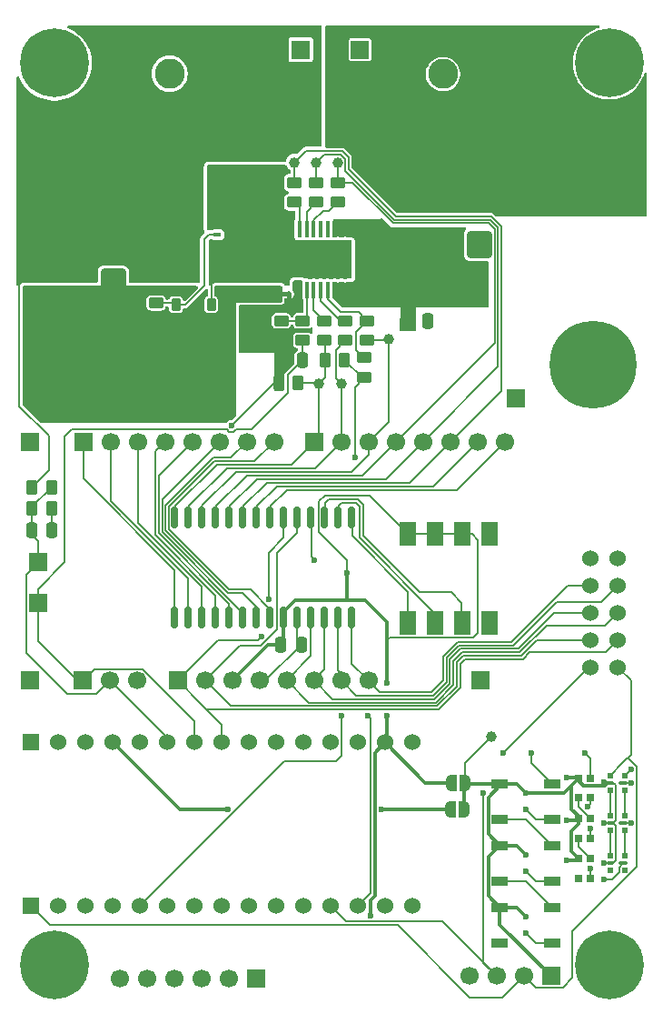
<source format=gtl>
G04 #@! TF.GenerationSoftware,KiCad,Pcbnew,9.0.3*
G04 #@! TF.CreationDate,2025-08-25T22:34:56-05:00*
G04 #@! TF.ProjectId,TestBoard_TPS27SA08-Q1,54657374-426f-4617-9264-5f5450533237,rev?*
G04 #@! TF.SameCoordinates,Original*
G04 #@! TF.FileFunction,Copper,L1,Top*
G04 #@! TF.FilePolarity,Positive*
%FSLAX46Y46*%
G04 Gerber Fmt 4.6, Leading zero omitted, Abs format (unit mm)*
G04 Created by KiCad (PCBNEW 9.0.3) date 2025-08-25 22:34:56*
%MOMM*%
%LPD*%
G01*
G04 APERTURE LIST*
G04 Aperture macros list*
%AMRoundRect*
0 Rectangle with rounded corners*
0 $1 Rounding radius*
0 $2 $3 $4 $5 $6 $7 $8 $9 X,Y pos of 4 corners*
0 Add a 4 corners polygon primitive as box body*
4,1,4,$2,$3,$4,$5,$6,$7,$8,$9,$2,$3,0*
0 Add four circle primitives for the rounded corners*
1,1,$1+$1,$2,$3*
1,1,$1+$1,$4,$5*
1,1,$1+$1,$6,$7*
1,1,$1+$1,$8,$9*
0 Add four rect primitives between the rounded corners*
20,1,$1+$1,$2,$3,$4,$5,0*
20,1,$1+$1,$4,$5,$6,$7,0*
20,1,$1+$1,$6,$7,$8,$9,0*
20,1,$1+$1,$8,$9,$2,$3,0*%
%AMFreePoly0*
4,1,23,0.500000,-0.750000,0.000000,-0.750000,0.000000,-0.745722,-0.065263,-0.745722,-0.191342,-0.711940,-0.304381,-0.646677,-0.396677,-0.554381,-0.461940,-0.441342,-0.495722,-0.315263,-0.495722,-0.250000,-0.500000,-0.250000,-0.500000,0.250000,-0.495722,0.250000,-0.495722,0.315263,-0.461940,0.441342,-0.396677,0.554381,-0.304381,0.646677,-0.191342,0.711940,-0.065263,0.745722,0.000000,0.745722,
0.000000,0.750000,0.500000,0.750000,0.500000,-0.750000,0.500000,-0.750000,$1*%
%AMFreePoly1*
4,1,23,0.000000,0.745722,0.065263,0.745722,0.191342,0.711940,0.304381,0.646677,0.396677,0.554381,0.461940,0.441342,0.495722,0.315263,0.495722,0.250000,0.500000,0.250000,0.500000,-0.250000,0.495722,-0.250000,0.495722,-0.315263,0.461940,-0.441342,0.396677,-0.554381,0.304381,-0.646677,0.191342,-0.711940,0.065263,-0.745722,0.000000,-0.745722,0.000000,-0.750000,-0.500000,-0.750000,
-0.500000,0.750000,0.000000,0.750000,0.000000,0.745722,0.000000,0.745722,$1*%
G04 Aperture macros list end*
G04 #@! TA.AperFunction,EtchedComponent*
%ADD10C,0.000000*%
G04 #@! TD*
G04 #@! TA.AperFunction,SMDPad,CuDef*
%ADD11RoundRect,0.250000X-0.262500X-0.450000X0.262500X-0.450000X0.262500X0.450000X-0.262500X0.450000X0*%
G04 #@! TD*
G04 #@! TA.AperFunction,ComponentPad*
%ADD12R,1.700000X1.700000*%
G04 #@! TD*
G04 #@! TA.AperFunction,SMDPad,CuDef*
%ADD13RoundRect,0.250000X-0.250000X-0.475000X0.250000X-0.475000X0.250000X0.475000X-0.250000X0.475000X0*%
G04 #@! TD*
G04 #@! TA.AperFunction,ComponentPad*
%ADD14C,8.115000*%
G04 #@! TD*
G04 #@! TA.AperFunction,SMDPad,CuDef*
%ADD15RoundRect,0.250000X-0.450000X0.262500X-0.450000X-0.262500X0.450000X-0.262500X0.450000X0.262500X0*%
G04 #@! TD*
G04 #@! TA.AperFunction,ComponentPad*
%ADD16C,1.700000*%
G04 #@! TD*
G04 #@! TA.AperFunction,ComponentPad*
%ADD17RoundRect,0.250001X1.149999X1.149999X-1.149999X1.149999X-1.149999X-1.149999X1.149999X-1.149999X0*%
G04 #@! TD*
G04 #@! TA.AperFunction,ComponentPad*
%ADD18C,2.800000*%
G04 #@! TD*
G04 #@! TA.AperFunction,SMDPad,CuDef*
%ADD19C,0.500000*%
G04 #@! TD*
G04 #@! TA.AperFunction,SMDPad,CuDef*
%ADD20RoundRect,0.102500X0.257500X0.102500X-0.257500X0.102500X-0.257500X-0.102500X0.257500X-0.102500X0*%
G04 #@! TD*
G04 #@! TA.AperFunction,SMDPad,CuDef*
%ADD21R,0.510000X0.585000*%
G04 #@! TD*
G04 #@! TA.AperFunction,SMDPad,CuDef*
%ADD22R,3.990000X3.960000*%
G04 #@! TD*
G04 #@! TA.AperFunction,SMDPad,CuDef*
%ADD23R,0.410000X0.470000*%
G04 #@! TD*
G04 #@! TA.AperFunction,ComponentPad*
%ADD24R,1.530000X1.530000*%
G04 #@! TD*
G04 #@! TA.AperFunction,ComponentPad*
%ADD25C,1.530000*%
G04 #@! TD*
G04 #@! TA.AperFunction,SMDPad,CuDef*
%ADD26RoundRect,0.250000X0.262500X0.450000X-0.262500X0.450000X-0.262500X-0.450000X0.262500X-0.450000X0*%
G04 #@! TD*
G04 #@! TA.AperFunction,SMDPad,CuDef*
%ADD27RoundRect,0.100000X0.100000X-0.687500X0.100000X0.687500X-0.100000X0.687500X-0.100000X-0.687500X0*%
G04 #@! TD*
G04 #@! TA.AperFunction,HeatsinkPad*
%ADD28C,0.500000*%
G04 #@! TD*
G04 #@! TA.AperFunction,HeatsinkPad*
%ADD29R,5.000000X3.400000*%
G04 #@! TD*
G04 #@! TA.AperFunction,SMDPad,CuDef*
%ADD30C,1.000000*%
G04 #@! TD*
G04 #@! TA.AperFunction,SMDPad,CuDef*
%ADD31RoundRect,0.250000X-0.475000X0.250000X-0.475000X-0.250000X0.475000X-0.250000X0.475000X0.250000X0*%
G04 #@! TD*
G04 #@! TA.AperFunction,SMDPad,CuDef*
%ADD32R,0.700000X0.700000*%
G04 #@! TD*
G04 #@! TA.AperFunction,SMDPad,CuDef*
%ADD33R,1.520000X2.160000*%
G04 #@! TD*
G04 #@! TA.AperFunction,SMDPad,CuDef*
%ADD34RoundRect,0.250000X0.250000X0.475000X-0.250000X0.475000X-0.250000X-0.475000X0.250000X-0.475000X0*%
G04 #@! TD*
G04 #@! TA.AperFunction,SMDPad,CuDef*
%ADD35RoundRect,0.250000X0.900000X-1.000000X0.900000X1.000000X-0.900000X1.000000X-0.900000X-1.000000X0*%
G04 #@! TD*
G04 #@! TA.AperFunction,SMDPad,CuDef*
%ADD36RoundRect,0.045000X0.355000X-0.105000X0.355000X0.105000X-0.355000X0.105000X-0.355000X-0.105000X0*%
G04 #@! TD*
G04 #@! TA.AperFunction,SMDPad,CuDef*
%ADD37RoundRect,0.067500X0.207500X-0.157500X0.207500X0.157500X-0.207500X0.157500X-0.207500X-0.157500X0*%
G04 #@! TD*
G04 #@! TA.AperFunction,SMDPad,CuDef*
%ADD38RoundRect,0.045000X0.230000X-0.105000X0.230000X0.105000X-0.230000X0.105000X-0.230000X-0.105000X0*%
G04 #@! TD*
G04 #@! TA.AperFunction,SMDPad,CuDef*
%ADD39FreePoly0,0.000000*%
G04 #@! TD*
G04 #@! TA.AperFunction,SMDPad,CuDef*
%ADD40FreePoly1,0.000000*%
G04 #@! TD*
G04 #@! TA.AperFunction,SMDPad,CuDef*
%ADD41RoundRect,0.250000X0.450000X-0.262500X0.450000X0.262500X-0.450000X0.262500X-0.450000X-0.262500X0*%
G04 #@! TD*
G04 #@! TA.AperFunction,SMDPad,CuDef*
%ADD42RoundRect,0.090000X-0.660000X-0.360000X0.660000X-0.360000X0.660000X0.360000X-0.660000X0.360000X0*%
G04 #@! TD*
G04 #@! TA.AperFunction,ComponentPad*
%ADD43C,2.780000*%
G04 #@! TD*
G04 #@! TA.AperFunction,ComponentPad*
%ADD44C,6.400000*%
G04 #@! TD*
G04 #@! TA.AperFunction,ComponentPad*
%ADD45C,1.524000*%
G04 #@! TD*
G04 #@! TA.AperFunction,SMDPad,CuDef*
%ADD46RoundRect,0.225000X0.225000X0.375000X-0.225000X0.375000X-0.225000X-0.375000X0.225000X-0.375000X0*%
G04 #@! TD*
G04 #@! TA.AperFunction,SMDPad,CuDef*
%ADD47RoundRect,0.150000X0.150000X-0.875000X0.150000X0.875000X-0.150000X0.875000X-0.150000X-0.875000X0*%
G04 #@! TD*
G04 #@! TA.AperFunction,ViaPad*
%ADD48C,0.600000*%
G04 #@! TD*
G04 #@! TA.AperFunction,Conductor*
%ADD49C,0.200000*%
G04 #@! TD*
G04 #@! TA.AperFunction,Conductor*
%ADD50C,0.160000*%
G04 #@! TD*
G04 #@! TA.AperFunction,Conductor*
%ADD51C,0.400000*%
G04 #@! TD*
G04 #@! TA.AperFunction,Conductor*
%ADD52C,0.300000*%
G04 #@! TD*
G04 APERTURE END LIST*
D10*
G04 #@! TA.AperFunction,EtchedComponent*
G36*
X136412500Y-72250000D02*
G01*
X135912500Y-72250000D01*
X135912500Y-71250000D01*
X136412500Y-71250000D01*
X136412500Y-72250000D01*
G37*
G04 #@! TD.AperFunction*
D11*
X127425000Y-61000000D03*
X129250000Y-61000000D03*
D12*
X154000000Y-107250000D03*
D13*
X135395000Y-103900000D03*
X137295000Y-103900000D03*
D14*
X164500000Y-77800000D03*
D12*
X112000000Y-107250000D03*
D15*
X135412500Y-73750000D03*
X135412500Y-75575000D03*
X123750000Y-72087500D03*
X123750000Y-73912500D03*
D12*
X124000000Y-57250000D03*
D13*
X112137500Y-93250000D03*
X114037500Y-93250000D03*
D12*
X116920000Y-107250000D03*
D16*
X119460000Y-107250000D03*
X122000000Y-107250000D03*
D17*
X155500000Y-50782500D03*
D18*
X150500000Y-50782500D03*
D12*
X132500000Y-74750000D03*
X112000000Y-85000000D03*
X112750000Y-96250000D03*
D19*
X136162500Y-71250000D03*
X136162500Y-72250000D03*
D12*
X153412500Y-70750000D03*
D11*
X127425000Y-63000000D03*
X129250000Y-63000000D03*
D20*
X129465000Y-69540000D03*
X129465000Y-68270000D03*
X129465000Y-67000000D03*
X129465000Y-65730000D03*
D21*
X126750000Y-69907500D03*
X126750000Y-65362500D03*
D22*
X125670000Y-67635000D03*
D23*
X123880000Y-69850000D03*
X123880000Y-65420000D03*
D24*
X112090000Y-128240000D03*
D25*
X114630000Y-128240000D03*
X117170000Y-128240000D03*
X119710000Y-128240000D03*
X122250000Y-128240000D03*
X124790000Y-128240000D03*
X127330000Y-128240000D03*
X129870000Y-128240000D03*
X132410000Y-128240000D03*
X134950000Y-128240000D03*
X137490000Y-128240000D03*
X140030000Y-128240000D03*
X142570000Y-128240000D03*
X145110000Y-128240000D03*
X147650000Y-128240000D03*
D24*
X112090000Y-113000000D03*
D25*
X114630000Y-113000000D03*
X117170000Y-113000000D03*
X119710000Y-113000000D03*
X122250000Y-113000000D03*
X124790000Y-113000000D03*
X127330000Y-113000000D03*
X129870000Y-113000000D03*
X132410000Y-113000000D03*
X134950000Y-113000000D03*
X137490000Y-113000000D03*
X140030000Y-113000000D03*
X142570000Y-113000000D03*
X145110000Y-113000000D03*
X147650000Y-113000000D03*
D26*
X137000000Y-79500000D03*
X135175000Y-79500000D03*
D27*
X137137500Y-70912500D03*
X137787500Y-70912500D03*
X138437500Y-70912500D03*
X139087500Y-70912500D03*
X139737500Y-70912500D03*
X140387500Y-70912500D03*
X141037500Y-70912500D03*
X141687500Y-70912500D03*
X141687500Y-65187500D03*
X141037500Y-65187500D03*
X140387500Y-65187500D03*
X139737500Y-65187500D03*
X139087500Y-65187500D03*
X138437500Y-65187500D03*
X137787500Y-65187500D03*
X137137500Y-65187500D03*
D28*
X137612500Y-69250000D03*
X138812500Y-69250000D03*
X140012500Y-69250000D03*
X141212500Y-69250000D03*
X137612500Y-68050000D03*
X138812500Y-68050000D03*
D29*
X139412500Y-68050000D03*
D28*
X140012500Y-68050000D03*
X141212500Y-68050000D03*
X137612500Y-66850000D03*
X138812500Y-66850000D03*
X140012500Y-66850000D03*
X141212500Y-66850000D03*
D12*
X153412500Y-57500000D03*
D30*
X136662500Y-59000000D03*
D17*
X130000000Y-50750000D03*
D18*
X125000000Y-50750000D03*
D31*
X132662500Y-69300000D03*
X132662500Y-71200000D03*
D32*
X163150000Y-118165000D03*
X164250000Y-118165000D03*
X164250000Y-116335000D03*
X163150000Y-116335000D03*
D33*
X147250000Y-101880000D03*
X149790000Y-101880000D03*
X152330000Y-101880000D03*
X154870000Y-101880000D03*
X154870000Y-93620000D03*
X152330000Y-93620000D03*
X149790000Y-93620000D03*
X147250000Y-93620000D03*
D11*
X112175000Y-89250000D03*
X114000000Y-89250000D03*
D34*
X137362500Y-77412500D03*
X135462500Y-77412500D03*
D15*
X143412500Y-73750000D03*
X143412500Y-75575000D03*
D14*
X115800000Y-77800000D03*
D11*
X112175000Y-91250000D03*
X114000000Y-91250000D03*
D14*
X164500000Y-58750000D03*
D30*
X138912500Y-79612500D03*
D35*
X153912500Y-66650000D03*
X153912500Y-62350000D03*
D15*
X143162500Y-77200000D03*
X143162500Y-79025000D03*
D36*
X167300000Y-124250000D03*
D37*
X167425000Y-124925000D03*
X166075000Y-124925000D03*
D38*
X166075000Y-124250000D03*
D37*
X166075000Y-123575000D03*
X167425000Y-123575000D03*
D30*
X155000000Y-112500000D03*
D13*
X147212500Y-73750000D03*
X149112500Y-73750000D03*
D15*
X140662500Y-60887500D03*
X140662500Y-62712500D03*
D39*
X151200000Y-119250000D03*
D40*
X152500000Y-119250000D03*
D36*
X167300000Y-116750000D03*
D37*
X167425000Y-117425000D03*
X166075000Y-117425000D03*
D38*
X166075000Y-116750000D03*
D37*
X166075000Y-116075000D03*
X167425000Y-116075000D03*
D12*
X116960000Y-85000000D03*
D16*
X119500000Y-85000000D03*
X122040000Y-85000000D03*
X124580000Y-85000000D03*
X127120000Y-85000000D03*
X129660000Y-85000000D03*
X132200000Y-85000000D03*
X134740000Y-85000000D03*
D15*
X137412500Y-73750000D03*
X137412500Y-75575000D03*
D41*
X139412500Y-75575000D03*
X139412500Y-73750000D03*
D12*
X133750000Y-61750000D03*
D42*
X155800000Y-128350000D03*
X155800000Y-131650000D03*
X160700000Y-131650000D03*
X160700000Y-128350000D03*
D30*
X140662500Y-59000000D03*
D42*
X155800000Y-116850000D03*
X155800000Y-120150000D03*
X160700000Y-120150000D03*
X160700000Y-116850000D03*
D26*
X141325000Y-77412500D03*
X139500000Y-77412500D03*
D43*
X146212500Y-69210000D03*
X149612500Y-69210000D03*
X146212500Y-59290000D03*
X149612500Y-59290000D03*
D32*
X163150000Y-121915000D03*
X164250000Y-121915000D03*
X164250000Y-120085000D03*
X163150000Y-120085000D03*
D30*
X145412500Y-75500000D03*
D39*
X151250000Y-116750000D03*
D40*
X152550000Y-116750000D03*
D41*
X141412500Y-75575000D03*
X141412500Y-73750000D03*
D12*
X142750000Y-48500000D03*
X157250000Y-81000000D03*
D44*
X166000000Y-133750000D03*
D12*
X125750000Y-107250000D03*
D16*
X128290000Y-107250000D03*
X130830000Y-107250000D03*
X133370000Y-107250000D03*
X135910000Y-107250000D03*
X138450000Y-107250000D03*
X140990000Y-107250000D03*
X143530000Y-107250000D03*
D14*
X115800000Y-58750000D03*
D31*
X134662500Y-69300000D03*
X134662500Y-71200000D03*
D36*
X167300000Y-120500000D03*
D37*
X167425000Y-121175000D03*
X166075000Y-121175000D03*
D38*
X166075000Y-120500000D03*
D37*
X166075000Y-119825000D03*
X167425000Y-119825000D03*
D12*
X137250000Y-48500000D03*
D42*
X155800000Y-122600000D03*
X155800000Y-125900000D03*
X160700000Y-125900000D03*
X160700000Y-122600000D03*
D15*
X138662500Y-60887500D03*
X138662500Y-62712500D03*
D30*
X138662500Y-59000000D03*
D32*
X163150000Y-125665000D03*
X164250000Y-125665000D03*
X164250000Y-123835000D03*
X163150000Y-123835000D03*
D12*
X133080000Y-135000000D03*
D16*
X130540000Y-135000000D03*
X128000000Y-135000000D03*
X125460000Y-135000000D03*
X122920000Y-135000000D03*
X120380000Y-135000000D03*
D44*
X114250000Y-49750000D03*
D35*
X119750000Y-70150000D03*
X119750000Y-65850000D03*
D12*
X112750000Y-100000000D03*
D45*
X166790000Y-95840000D03*
X164250000Y-95840000D03*
X166790000Y-98380000D03*
X164250000Y-98380000D03*
X166790000Y-100920000D03*
X164250000Y-100920000D03*
X166790000Y-103460000D03*
X164250000Y-103460000D03*
X166790000Y-106000000D03*
X164250000Y-106000000D03*
D12*
X138500000Y-85000000D03*
D16*
X141040000Y-85000000D03*
X143580000Y-85000000D03*
X146120000Y-85000000D03*
X148660000Y-85000000D03*
X151200000Y-85000000D03*
X153740000Y-85000000D03*
X156280000Y-85000000D03*
D44*
X114250000Y-133750000D03*
D30*
X141012500Y-79612500D03*
D46*
X128900000Y-72250000D03*
X125600000Y-72250000D03*
D15*
X136662500Y-60887500D03*
X136662500Y-62712500D03*
D12*
X160560000Y-134750000D03*
D16*
X158020000Y-134750000D03*
X155480000Y-134750000D03*
X152940000Y-134750000D03*
D47*
X125495000Y-101400000D03*
X126765000Y-101400000D03*
X128035000Y-101400000D03*
X129305000Y-101400000D03*
X130575000Y-101400000D03*
X131845000Y-101400000D03*
X133115000Y-101400000D03*
X134385000Y-101400000D03*
X135655000Y-101400000D03*
X136925000Y-101400000D03*
X138195000Y-101400000D03*
X139465000Y-101400000D03*
X140735000Y-101400000D03*
X142005000Y-101400000D03*
X142005000Y-92100000D03*
X140735000Y-92100000D03*
X139465000Y-92100000D03*
X138195000Y-92100000D03*
X136925000Y-92100000D03*
X135655000Y-92100000D03*
X134385000Y-92100000D03*
X133115000Y-92100000D03*
X131845000Y-92100000D03*
X130575000Y-92100000D03*
X129305000Y-92100000D03*
X128035000Y-92100000D03*
X126765000Y-92100000D03*
X125495000Y-92100000D03*
D44*
X166000000Y-49750000D03*
D48*
X164250000Y-124750000D03*
X164250000Y-121000000D03*
X168001000Y-116750000D03*
X158250000Y-130775000D03*
X158250000Y-119275000D03*
X114037500Y-93250000D03*
X130750000Y-83500000D03*
X165500000Y-125775000D03*
X168001000Y-120500000D03*
X114000000Y-91250000D03*
X164000000Y-119000000D03*
X158250000Y-125025000D03*
X154500000Y-67250000D03*
X149112500Y-73750000D03*
X154500000Y-66000000D03*
X153250000Y-66000000D03*
X153250000Y-67250000D03*
X145250000Y-110500000D03*
X142264644Y-86514644D03*
X145250000Y-107500000D03*
X143750000Y-129139000D03*
X141500000Y-97250000D03*
X152250000Y-101912500D03*
X149750000Y-101912500D03*
X147250000Y-101880000D03*
X138500000Y-96000000D03*
X133588162Y-103143162D03*
X134250000Y-99650000D03*
X141000000Y-110500000D03*
X143500000Y-110500000D03*
X163750000Y-114000000D03*
X165500000Y-124225000D03*
X158250000Y-129225000D03*
X162000000Y-123975000D03*
X158250000Y-117725000D03*
X162000000Y-120225000D03*
X165500000Y-120475000D03*
X158250000Y-123475000D03*
X165500000Y-116725000D03*
X162000000Y-116250000D03*
X168000000Y-115500000D03*
X158750000Y-114000000D03*
X156100000Y-114000000D03*
X154250000Y-117750000D03*
X144751000Y-119250000D03*
X130488162Y-119238162D03*
X136662500Y-59000000D03*
X138662500Y-59000000D03*
X140662500Y-59000000D03*
X145412500Y-75500000D03*
X141012500Y-79612500D03*
X138900000Y-79600000D03*
D49*
X113750000Y-84448000D02*
X111000000Y-81698000D01*
X111000000Y-63200000D02*
X115750000Y-58450000D01*
X112175000Y-89250000D02*
X113750000Y-87675000D01*
X111000000Y-81698000D02*
X111000000Y-63200000D01*
X113750000Y-87675000D02*
X113750000Y-84448000D01*
X137362500Y-77412500D02*
X136000000Y-78775000D01*
X115250000Y-96250000D02*
X112750000Y-98750000D01*
D50*
X127330000Y-113000000D02*
X127330000Y-111037093D01*
D49*
X112750000Y-103580000D02*
X116420000Y-107250000D01*
D50*
X122451907Y-106159000D02*
X118011000Y-106159000D01*
D49*
X130517626Y-84061000D02*
X130345626Y-83889000D01*
X115250000Y-84488000D02*
X115250000Y-96250000D01*
X131182374Y-83861000D02*
X130982374Y-84061000D01*
X136000000Y-80500000D02*
X132639000Y-83861000D01*
X115849000Y-83889000D02*
X115250000Y-84488000D01*
D50*
X127330000Y-111037093D02*
X122451907Y-106159000D01*
D49*
X137412500Y-77362500D02*
X137362500Y-77412500D01*
D50*
X118011000Y-106159000D02*
X116920000Y-107250000D01*
D49*
X130345626Y-83889000D02*
X115849000Y-83889000D01*
X136000000Y-78775000D02*
X136000000Y-80500000D01*
X112750000Y-98750000D02*
X112750000Y-100000000D01*
X112750000Y-100000000D02*
X112750000Y-103580000D01*
X137412500Y-75575000D02*
X137412500Y-77362500D01*
X132639000Y-83861000D02*
X131182374Y-83861000D01*
X130982374Y-84061000D02*
X130517626Y-84061000D01*
D50*
X119460000Y-107250000D02*
X124790000Y-112580000D01*
D49*
X112137500Y-93250000D02*
X112137500Y-93612500D01*
X115448000Y-108500000D02*
X118210000Y-108500000D01*
X112750000Y-94225000D02*
X112750000Y-96250000D01*
X112137500Y-91287500D02*
X112175000Y-91250000D01*
X112175000Y-91075000D02*
X114000000Y-89250000D01*
X118210000Y-108500000D02*
X119460000Y-107250000D01*
X112175000Y-91250000D02*
X112175000Y-91075000D01*
X112137500Y-93612500D02*
X112750000Y-94225000D01*
X111639000Y-97361000D02*
X111639000Y-104691000D01*
X111639000Y-104691000D02*
X115448000Y-108500000D01*
X112137500Y-93250000D02*
X112137500Y-91287500D01*
X112750000Y-96250000D02*
X111639000Y-97361000D01*
D50*
X124790000Y-112580000D02*
X124790000Y-113000000D01*
X167300000Y-124250000D02*
X167296844Y-124250000D01*
X167300000Y-116750000D02*
X168001000Y-116750000D01*
D49*
X135412500Y-77362500D02*
X135462500Y-77412500D01*
D50*
X167300000Y-120500000D02*
X168001000Y-120500000D01*
X164250000Y-118165000D02*
X164250000Y-118750000D01*
X164250000Y-125665000D02*
X164250000Y-124750000D01*
D49*
X130750000Y-83500000D02*
X134750000Y-79500000D01*
D50*
X160700000Y-120150000D02*
X159125000Y-120150000D01*
X167296844Y-124250000D02*
X166909000Y-124637844D01*
X133370000Y-107250000D02*
X133945000Y-107250000D01*
D49*
X114000000Y-91250000D02*
X114000000Y-93212500D01*
D50*
X159125000Y-131650000D02*
X160700000Y-131650000D01*
D49*
X135175000Y-79500000D02*
X135175000Y-77700000D01*
X135175000Y-77700000D02*
X135462500Y-77412500D01*
D50*
X136925000Y-101400000D02*
X136925000Y-103530000D01*
X166909000Y-125091000D02*
X166225000Y-125775000D01*
X158250000Y-130775000D02*
X159125000Y-131650000D01*
X164250000Y-121915000D02*
X164250000Y-121000000D01*
D49*
X135412500Y-75575000D02*
X135412500Y-77362500D01*
X134750000Y-79500000D02*
X135175000Y-79500000D01*
X114000000Y-93212500D02*
X114037500Y-93250000D01*
D50*
X166909000Y-124637844D02*
X166909000Y-125091000D01*
X159125000Y-120150000D02*
X158250000Y-119275000D01*
X158250000Y-125025000D02*
X159125000Y-125900000D01*
X159125000Y-125900000D02*
X160700000Y-125900000D01*
X164250000Y-118750000D02*
X164000000Y-119000000D01*
X136925000Y-103530000D02*
X137295000Y-103900000D01*
X167300000Y-116750000D02*
X167553156Y-116750000D01*
X166225000Y-125775000D02*
X165500000Y-125775000D01*
X133945000Y-107250000D02*
X137295000Y-103900000D01*
D49*
X142412500Y-76450000D02*
X142412500Y-74750000D01*
X142412500Y-74750000D02*
X143412500Y-73750000D01*
X140974001Y-72936500D02*
X142599000Y-72936500D01*
X139737500Y-71699999D02*
X140974001Y-72936500D01*
X142599000Y-72936500D02*
X143412500Y-73750000D01*
X139737500Y-70912500D02*
X139737500Y-71699999D01*
X143162500Y-77200000D02*
X142412500Y-76450000D01*
X134662500Y-71200000D02*
X132662500Y-71200000D01*
D51*
X136162500Y-71250000D02*
X134712500Y-71250000D01*
X134712500Y-71250000D02*
X134662500Y-71200000D01*
D50*
X166075000Y-119825000D02*
X166075000Y-117425000D01*
D52*
X144141000Y-127290479D02*
X143750000Y-127681479D01*
D50*
X147250000Y-93620000D02*
X153210000Y-93620000D01*
D52*
X145250000Y-107500000D02*
X145250000Y-103500000D01*
D50*
X153331000Y-103201000D02*
X145549000Y-103201000D01*
D52*
X141500000Y-97250000D02*
X141500000Y-99750000D01*
X145250000Y-112860000D02*
X145250000Y-110500000D01*
D50*
X145549000Y-103201000D02*
X145250000Y-103500000D01*
D52*
X143750000Y-127681479D02*
X143750000Y-129139000D01*
X145250000Y-102500000D02*
X145250000Y-101787042D01*
X145110000Y-113000000D02*
X144141000Y-113969000D01*
X130830000Y-107250000D02*
X134180000Y-103900000D01*
D49*
X142937500Y-79025000D02*
X141325000Y-77412500D01*
D50*
X141500000Y-96000000D02*
X141500000Y-97250000D01*
X153210000Y-93620000D02*
X153750000Y-94160000D01*
D49*
X142264644Y-86514644D02*
X142264644Y-79922856D01*
D52*
X148860000Y-116750000D02*
X145110000Y-113000000D01*
X134180000Y-103900000D02*
X135395000Y-103900000D01*
D50*
X153750000Y-102782000D02*
X153331000Y-103201000D01*
D52*
X136750000Y-99750000D02*
X141250000Y-99750000D01*
X144141000Y-113969000D02*
X144141000Y-127290479D01*
X135655000Y-103640000D02*
X135655000Y-101400000D01*
D49*
X143162500Y-79025000D02*
X142937500Y-79025000D01*
D50*
X135395000Y-103900000D02*
X135655000Y-103640000D01*
X143661000Y-90031000D02*
X139469000Y-90031000D01*
D49*
X142264644Y-79922856D02*
X143162500Y-79025000D01*
D50*
X138924000Y-93424000D02*
X141500000Y-96000000D01*
X138924000Y-90576000D02*
X138924000Y-93424000D01*
D52*
X151250000Y-116750000D02*
X148860000Y-116750000D01*
X145250000Y-101787042D02*
X143212958Y-99750000D01*
X143212958Y-99750000D02*
X141250000Y-99750000D01*
X145110000Y-113000000D02*
X145250000Y-112860000D01*
X135655000Y-101400000D02*
X135655000Y-100845000D01*
X141500000Y-99750000D02*
X141250000Y-99750000D01*
X135655000Y-100845000D02*
X136750000Y-99750000D01*
D50*
X147250000Y-93620000D02*
X143661000Y-90031000D01*
D52*
X145250000Y-103500000D02*
X145250000Y-102500000D01*
D50*
X139469000Y-90031000D02*
X138924000Y-90576000D01*
X153750000Y-94160000D02*
X153750000Y-102782000D01*
X162559000Y-130594156D02*
X168541000Y-124612156D01*
X168541000Y-124612156D02*
X168541000Y-115275910D01*
X161651000Y-135841000D02*
X162559000Y-134933000D01*
X168000000Y-114150000D02*
X168000000Y-107500000D01*
X113850000Y-130000000D02*
X112090000Y-128240000D01*
X168000000Y-107210000D02*
X168000000Y-107500000D01*
X167707545Y-114442455D02*
X167191000Y-114959000D01*
X166790000Y-106000000D02*
X168000000Y-107210000D01*
X166009288Y-116075000D02*
X166075000Y-116075000D01*
X167191000Y-114959000D02*
X166075000Y-116075000D01*
X146250000Y-130000000D02*
X113850000Y-130000000D01*
X158020000Y-134750000D02*
X159111000Y-135841000D01*
X167191000Y-114959000D02*
X168000000Y-114150000D01*
X158020000Y-134750000D02*
X156020000Y-136750000D01*
X156020000Y-136750000D02*
X153000000Y-136750000D01*
X159111000Y-135841000D02*
X161651000Y-135841000D01*
X168541000Y-115275910D02*
X167707545Y-114442455D01*
X162559000Y-134933000D02*
X162559000Y-130594156D01*
X153000000Y-136750000D02*
X146250000Y-130000000D01*
X167425000Y-119825000D02*
X167425000Y-117425000D01*
X166075000Y-123575000D02*
X166075000Y-121175000D01*
X167425000Y-123575000D02*
X167425000Y-121175000D01*
D49*
X141412500Y-73750000D02*
X140938030Y-73750000D01*
X140938030Y-73750000D02*
X139087500Y-71899470D01*
X139087500Y-71899470D02*
X139087500Y-70912500D01*
X137137500Y-65187500D02*
X137137500Y-63187500D01*
X137137500Y-63187500D02*
X136662500Y-62712500D01*
X138437500Y-65187500D02*
X138437500Y-64400001D01*
X139849000Y-63526000D02*
X140662500Y-62712500D01*
X138437500Y-64400001D02*
X139311501Y-63526000D01*
X139311501Y-63526000D02*
X139849000Y-63526000D01*
X138662500Y-62712500D02*
X137787500Y-63587500D01*
X137787500Y-63587500D02*
X137787500Y-65187500D01*
X138437500Y-72775000D02*
X138437500Y-70912500D01*
X139412500Y-73750000D02*
X138437500Y-72775000D01*
D50*
X128900000Y-72250000D02*
X128900000Y-70105000D01*
X128900000Y-70105000D02*
X129465000Y-69540000D01*
D49*
X129465000Y-65730000D02*
X128645000Y-65730000D01*
X123750000Y-72087500D02*
X125437500Y-72087500D01*
X125437500Y-72087500D02*
X125600000Y-72250000D01*
X128645000Y-65730000D02*
X128250000Y-66125000D01*
X128250000Y-70500000D02*
X126500000Y-72250000D01*
X128250000Y-66125000D02*
X128250000Y-70500000D01*
X126500000Y-72250000D02*
X125600000Y-72250000D01*
X137787500Y-73375000D02*
X137412500Y-73750000D01*
X137412500Y-73750000D02*
X135412500Y-73750000D01*
X137787500Y-70912500D02*
X137787500Y-73375000D01*
X142595000Y-90372000D02*
X139873000Y-90372000D01*
X139873000Y-90372000D02*
X139505000Y-90740000D01*
X143095000Y-93794468D02*
X143095000Y-90872000D01*
X148300532Y-99000000D02*
X143095000Y-93794468D01*
X152250000Y-101912500D02*
X152250000Y-100000000D01*
X152250000Y-100000000D02*
X151250000Y-99000000D01*
X143095000Y-90872000D02*
X142595000Y-90372000D01*
X151250000Y-99000000D02*
X148300532Y-99000000D01*
X139505000Y-90740000D02*
X139505000Y-92400000D01*
X149750000Y-101912500D02*
X149702500Y-101865000D01*
X149750000Y-101912500D02*
X149790000Y-101872500D01*
X142734000Y-91039000D02*
X142428000Y-90733000D01*
X142428000Y-90733000D02*
X141012000Y-90733000D01*
X149790000Y-101872500D02*
X149790000Y-101000000D01*
X149702500Y-101865000D02*
X149702500Y-100912500D01*
X141012000Y-90733000D02*
X140775000Y-90970000D01*
X140775000Y-90970000D02*
X140775000Y-92400000D01*
X149702500Y-100912500D02*
X142734000Y-93944000D01*
X142734000Y-93944000D02*
X142734000Y-91039000D01*
X142045000Y-93795000D02*
X142045000Y-92400000D01*
X147250000Y-101880000D02*
X147250000Y-99000000D01*
X147250000Y-99000000D02*
X142045000Y-93795000D01*
X138500000Y-96000000D02*
X138235000Y-95735000D01*
X138235000Y-95735000D02*
X138235000Y-92400000D01*
D50*
X152105001Y-105664809D02*
X152519810Y-105250000D01*
X129500000Y-103500000D02*
X133231324Y-103500000D01*
X125750000Y-107250000D02*
X128000000Y-109500000D01*
X125750000Y-107250000D02*
X129500000Y-103500000D01*
X128000000Y-109500000D02*
X128446000Y-109946000D01*
X165663500Y-104586500D02*
X158586500Y-104586500D01*
X128446000Y-109946000D02*
X150073815Y-109946000D01*
X152105000Y-107914811D02*
X152105001Y-105664809D01*
X129870000Y-113000000D02*
X129870000Y-111370000D01*
X134250000Y-95346037D02*
X135655000Y-93941037D01*
X150073815Y-109946000D02*
X152105000Y-107914811D01*
X135655000Y-93941037D02*
X135655000Y-92100000D01*
X157923000Y-105250000D02*
X158586500Y-104586500D01*
X152519810Y-105250000D02*
X157923000Y-105250000D01*
X134250000Y-99650000D02*
X134250000Y-95346037D01*
X133231324Y-103500000D02*
X133588162Y-103143162D01*
X166790000Y-103460000D02*
X165663500Y-104586500D01*
X129870000Y-111370000D02*
X128000000Y-109500000D01*
X136925000Y-93474999D02*
X136925000Y-92100000D01*
X151784000Y-107781848D02*
X151784001Y-105531847D01*
X149940850Y-109625000D02*
X151784000Y-107781848D01*
X157790038Y-104929000D02*
X158859519Y-103859519D01*
X128290000Y-107250000D02*
X131540000Y-104000000D01*
X151784001Y-105531847D02*
X152386848Y-104929000D01*
X135000000Y-95399999D02*
X136925000Y-93474999D01*
X159259038Y-103460000D02*
X158859519Y-103859519D01*
X133495000Y-104000000D02*
X135000000Y-102495000D01*
X128290000Y-107250000D02*
X130665000Y-109625000D01*
X152386848Y-104929000D02*
X157790038Y-104929000D01*
X135000000Y-102495000D02*
X135000000Y-95399999D01*
X164250000Y-103460000D02*
X159259038Y-103460000D01*
X131540000Y-104000000D02*
X133495000Y-104000000D01*
X130665000Y-109625000D02*
X149940850Y-109625000D01*
X140990000Y-107250000D02*
X142402000Y-108662000D01*
X165253000Y-99917000D02*
X161083000Y-99917000D01*
X142402000Y-108662000D02*
X149541963Y-108662000D01*
X140990000Y-107250000D02*
X140990000Y-106510000D01*
X140735000Y-106255000D02*
X140735000Y-101400000D01*
X135740000Y-114750000D02*
X140500000Y-114750000D01*
X140500000Y-114750000D02*
X141036000Y-114214000D01*
X161083000Y-99917000D02*
X161000000Y-100000000D01*
X151987961Y-103966000D02*
X157034000Y-103966000D01*
X149541963Y-108662000D02*
X150821000Y-107382962D01*
X140990000Y-106510000D02*
X140735000Y-106255000D01*
X150821001Y-105132958D02*
X151987961Y-103966000D01*
X141036000Y-114214000D02*
X141036000Y-110536000D01*
X157034000Y-103966000D02*
X161000000Y-100000000D01*
X122250000Y-128240000D02*
X135740000Y-114750000D01*
X150821000Y-107382962D02*
X150821001Y-105132958D01*
X166790000Y-98380000D02*
X165253000Y-99917000D01*
X141036000Y-110536000D02*
X141000000Y-110500000D01*
X152120924Y-104287000D02*
X157524114Y-104287000D01*
X140183000Y-108983000D02*
X149674926Y-108983000D01*
X139465000Y-106235000D02*
X139465000Y-101400000D01*
X138450000Y-107250000D02*
X139465000Y-106235000D01*
X160920000Y-100920000D02*
X160905557Y-100905557D01*
X149674926Y-108983000D02*
X151142000Y-107515925D01*
X164250000Y-100920000D02*
X160920000Y-100920000D01*
X151142001Y-105265921D02*
X152120924Y-104287000D01*
X151142000Y-107515925D02*
X151142001Y-105265921D01*
X157524114Y-104287000D02*
X160905557Y-100905557D01*
X138450000Y-107250000D02*
X140183000Y-108983000D01*
X156855000Y-103645000D02*
X161250000Y-99250000D01*
X143530000Y-107250000D02*
X142005000Y-105725000D01*
X143750000Y-127060000D02*
X142570000Y-128240000D01*
X150500001Y-104999995D02*
X151854999Y-103645000D01*
X144621000Y-108341000D02*
X149409000Y-108341000D01*
X164250000Y-98380000D02*
X162120000Y-98380000D01*
X143530000Y-107250000D02*
X144621000Y-108341000D01*
X149409000Y-108341000D02*
X150500000Y-107250000D01*
X151854999Y-103645000D02*
X156855000Y-103645000D01*
X143750000Y-110750000D02*
X143500000Y-110500000D01*
X142005000Y-105725000D02*
X142005000Y-101400000D01*
X162120000Y-98380000D02*
X161250000Y-99250000D01*
X143750000Y-110750000D02*
X143750000Y-127060000D01*
X150500000Y-107250000D02*
X150500001Y-104999995D01*
X155800000Y-120150000D02*
X158250000Y-120150000D01*
X158250000Y-120150000D02*
X160700000Y-122600000D01*
X158250000Y-125900000D02*
X160700000Y-128350000D01*
X155800000Y-125900000D02*
X158250000Y-125900000D01*
X164250000Y-114500000D02*
X164250000Y-116335000D01*
X163750000Y-114000000D02*
X164250000Y-114500000D01*
X163150000Y-118165000D02*
X163150000Y-118985000D01*
X163150000Y-118985000D02*
X164250000Y-120085000D01*
D52*
X163010000Y-120225000D02*
X163150000Y-120085000D01*
X152500000Y-119250000D02*
X152500000Y-116800000D01*
D50*
X165525000Y-116750000D02*
X165500000Y-116725000D01*
X166349999Y-116750000D02*
X166075000Y-116750000D01*
X166075000Y-120500000D02*
X166349999Y-120500000D01*
X152550000Y-114950000D02*
X155000000Y-112500000D01*
D52*
X163150000Y-119867500D02*
X163150000Y-120085000D01*
D50*
X166075000Y-120500000D02*
X165525000Y-120500000D01*
D52*
X162489000Y-119206500D02*
X163150000Y-119867500D01*
X154739000Y-121539000D02*
X154739000Y-118125085D01*
X162000000Y-120225000D02*
X163010000Y-120225000D01*
X162489000Y-123174000D02*
X163150000Y-123835000D01*
D50*
X166349999Y-124250000D02*
X166075000Y-124250000D01*
D52*
X158250000Y-117725000D02*
X161760000Y-117725000D01*
X155800000Y-128350000D02*
X155800000Y-129990000D01*
X154739000Y-123661000D02*
X155800000Y-122600000D01*
X155800000Y-116850000D02*
X157375000Y-116850000D01*
D50*
X166349999Y-120500000D02*
X166591000Y-120741001D01*
D52*
X157375000Y-116850000D02*
X158250000Y-117725000D01*
X157375000Y-128350000D02*
X158250000Y-129225000D01*
X163150000Y-116335000D02*
X163065000Y-116250000D01*
D50*
X152500000Y-116800000D02*
X152550000Y-116750000D01*
D52*
X157375000Y-122600000D02*
X158250000Y-123475000D01*
X163589000Y-116996000D02*
X165554001Y-116996000D01*
D50*
X166591000Y-124008999D02*
X166349999Y-124250000D01*
X166591000Y-116991001D02*
X166349999Y-116750000D01*
D52*
X163150000Y-123835000D02*
X163010000Y-123975000D01*
X165800001Y-116750000D02*
X166075000Y-116750000D01*
X155800000Y-117064085D02*
X155800000Y-116850000D01*
X165554001Y-116996000D02*
X165800001Y-116750000D01*
X162489000Y-116996000D02*
X162489000Y-119206500D01*
D50*
X166075000Y-116750000D02*
X165525000Y-116750000D01*
X165525000Y-120500000D02*
X165500000Y-120475000D01*
D52*
X155800000Y-128350000D02*
X157375000Y-128350000D01*
D50*
X166075000Y-124250000D02*
X165525000Y-124250000D01*
X152550000Y-116750000D02*
X152550000Y-114950000D01*
X166349999Y-120500000D02*
X166591000Y-120258999D01*
D52*
X152650000Y-116850000D02*
X155800000Y-116850000D01*
X152550000Y-116750000D02*
X152650000Y-116850000D01*
D50*
X165525000Y-124250000D02*
X165500000Y-124225000D01*
D52*
X163150000Y-116335000D02*
X163150000Y-116557000D01*
D50*
X166591000Y-120258999D02*
X166591000Y-116991001D01*
D52*
X155800000Y-122600000D02*
X157375000Y-122600000D01*
X163150000Y-116557000D02*
X163589000Y-116996000D01*
X163150000Y-120085000D02*
X163150000Y-120589000D01*
X163150000Y-116335000D02*
X162489000Y-116996000D01*
X155800000Y-128350000D02*
X154739000Y-127289000D01*
X163065000Y-116250000D02*
X162000000Y-116250000D01*
X161760000Y-117725000D02*
X163150000Y-116335000D01*
X154739000Y-127289000D02*
X154739000Y-123661000D01*
X162489000Y-121250000D02*
X162489000Y-123174000D01*
X163010000Y-123975000D02*
X162000000Y-123975000D01*
X154739000Y-118125085D02*
X155800000Y-117064085D01*
X155800000Y-129990000D02*
X160560000Y-134750000D01*
X155800000Y-122600000D02*
X154739000Y-121539000D01*
X163150000Y-120589000D02*
X162489000Y-121250000D01*
D50*
X166591000Y-120741001D02*
X166591000Y-124008999D01*
X168000000Y-115500000D02*
X167425000Y-116075000D01*
X158750000Y-114900000D02*
X160700000Y-116850000D01*
X158750000Y-114000000D02*
X158750000Y-114900000D01*
X163150000Y-122735000D02*
X164250000Y-123835000D01*
X163150000Y-121915000D02*
X163150000Y-122735000D01*
X157657076Y-104608000D02*
X160132538Y-102132538D01*
X152253886Y-104608000D02*
X157657076Y-104608000D01*
X137964000Y-109304000D02*
X149807888Y-109304000D01*
X135170000Y-107250000D02*
X135500000Y-107250000D01*
X138195000Y-104965000D02*
X138195000Y-101400000D01*
X149807888Y-109304000D02*
X151463000Y-107648886D01*
X151463001Y-105398885D02*
X152253886Y-104608000D01*
X135910000Y-107250000D02*
X137964000Y-109304000D01*
X151463000Y-107648886D02*
X151463001Y-105398885D01*
X135910000Y-107250000D02*
X138195000Y-104965000D01*
X165577462Y-102132538D02*
X160132538Y-102132538D01*
X166790000Y-100920000D02*
X165577462Y-102132538D01*
X164100000Y-106000000D02*
X156100000Y-114000000D01*
X154250000Y-133520000D02*
X155480000Y-134750000D01*
X140030000Y-128240000D02*
X141469000Y-129679000D01*
X150409000Y-129679000D02*
X150490000Y-129760000D01*
X154250000Y-117750000D02*
X154250000Y-133520000D01*
X155480000Y-134750000D02*
X150490000Y-129760000D01*
X164250000Y-106000000D02*
X164100000Y-106000000D01*
X141469000Y-129679000D02*
X150409000Y-129679000D01*
D52*
X151200000Y-119250000D02*
X144751000Y-119250000D01*
X125948162Y-119238162D02*
X119710000Y-113000000D01*
X130488162Y-119238162D02*
X125948162Y-119238162D01*
D50*
X114630000Y-128240000D02*
X114990000Y-128240000D01*
X135960001Y-89500000D02*
X151780000Y-89500000D01*
X134385000Y-92100000D02*
X134385000Y-91075001D01*
D49*
X156000000Y-84340000D02*
X156660000Y-85000000D01*
D50*
X151780000Y-89500000D02*
X156280000Y-85000000D01*
X134385000Y-91075001D02*
X135960001Y-89500000D01*
X135048001Y-89142000D02*
X133115000Y-91075001D01*
X153740000Y-85000000D02*
X149598000Y-89142000D01*
X133115000Y-91075001D02*
X133115000Y-92100000D01*
X149598000Y-89142000D02*
X135048001Y-89142000D01*
X134099001Y-88821000D02*
X131845000Y-91075001D01*
X141724500Y-59661184D02*
X141724500Y-58560104D01*
X146083316Y-64020000D02*
X141724500Y-59661184D01*
X155945500Y-80254500D02*
X155945500Y-64949575D01*
X141724500Y-58560104D02*
X141102395Y-57938000D01*
X131845000Y-91075001D02*
X131845000Y-92100000D01*
X151200000Y-85000000D02*
X147379000Y-88821000D01*
X137724500Y-57938000D02*
X136662500Y-59000000D01*
X151200000Y-85000000D02*
X155945500Y-80254500D01*
X147379000Y-88821000D02*
X134099001Y-88821000D01*
X155945500Y-64949575D02*
X155015924Y-64020000D01*
X141102395Y-57938000D02*
X137724500Y-57938000D01*
D49*
X136662500Y-60887500D02*
X136662500Y-59000000D01*
D50*
X155015924Y-64020000D02*
X146083316Y-64020000D01*
X155624500Y-78035500D02*
X155624500Y-65082538D01*
X141403500Y-58693067D02*
X140969433Y-58259000D01*
X145950354Y-64341000D02*
X141403500Y-59794146D01*
D49*
X138662500Y-60887500D02*
X138662500Y-59000000D01*
D50*
X148660000Y-85000000D02*
X155624500Y-78035500D01*
X130575000Y-91075001D02*
X130575000Y-92100000D01*
X141403500Y-59794146D02*
X141403500Y-58693067D01*
X148660000Y-85000000D02*
X145160000Y-88500000D01*
X145160000Y-88500000D02*
X133150001Y-88500000D01*
X140969433Y-58259000D02*
X139403500Y-58259000D01*
D49*
X138662500Y-59000000D02*
X138662500Y-60386160D01*
D50*
X154882962Y-64341000D02*
X145950354Y-64341000D01*
X133150001Y-88500000D02*
X130575000Y-91075001D01*
X139403500Y-58259000D02*
X138662500Y-59000000D01*
X155624500Y-65082538D02*
X154882962Y-64341000D01*
X142042892Y-60887500D02*
X140662500Y-60887500D01*
X155303500Y-75816500D02*
X155303500Y-65215500D01*
X146120000Y-85000000D02*
X155303500Y-75816500D01*
X129305000Y-91075001D02*
X129305000Y-92100000D01*
X142978000Y-88142000D02*
X132238001Y-88142000D01*
X145817392Y-64662000D02*
X142042892Y-60887500D01*
X155303500Y-65215500D02*
X154750000Y-64662000D01*
D49*
X140662500Y-60887500D02*
X140662500Y-59000000D01*
D50*
X132238001Y-88142000D02*
X129305000Y-91075001D01*
X146120000Y-85000000D02*
X142978000Y-88142000D01*
X154750000Y-64662000D02*
X145817392Y-64662000D01*
X131174000Y-87821000D02*
X128035000Y-90960000D01*
D49*
X143960000Y-84660000D02*
X143960000Y-85000000D01*
X145337500Y-75575000D02*
X145412500Y-75500000D01*
X143412500Y-75575000D02*
X145337500Y-75575000D01*
D50*
X143580000Y-85000000D02*
X145412500Y-83167500D01*
X141961081Y-87821000D02*
X131174000Y-87821000D01*
X143580000Y-85000000D02*
X143580000Y-86202081D01*
X128035000Y-90960000D02*
X128035000Y-92100000D01*
X145412500Y-83167500D02*
X145412500Y-75500000D01*
X143580000Y-86202081D02*
X141961081Y-87821000D01*
X126765000Y-91075001D02*
X126765000Y-92100000D01*
D49*
X141412500Y-75575000D02*
X140511500Y-76476000D01*
D50*
X130340001Y-87500000D02*
X126765000Y-91075001D01*
D49*
X140511500Y-79111500D02*
X141012500Y-79612500D01*
D50*
X141040000Y-85000000D02*
X141040000Y-79640000D01*
X141040000Y-85000000D02*
X138540000Y-87500000D01*
X138540000Y-87500000D02*
X130340001Y-87500000D01*
D49*
X140511500Y-76476000D02*
X140511500Y-79111500D01*
D50*
X141040000Y-79640000D02*
X141012500Y-79612500D01*
D49*
X137325000Y-79500000D02*
X138800000Y-79500000D01*
D50*
X136358000Y-87142000D02*
X129428001Y-87142000D01*
X129428001Y-87142000D02*
X125495000Y-91075001D01*
D49*
X139500000Y-79025000D02*
X138912500Y-79612500D01*
X138900000Y-79600000D02*
X138912500Y-79612500D01*
X138912500Y-79612500D02*
X138912500Y-84587500D01*
X139500000Y-75662500D02*
X139412500Y-75575000D01*
X139500000Y-77412500D02*
X139500000Y-75662500D01*
D50*
X138500000Y-85000000D02*
X136358000Y-87142000D01*
D49*
X138800000Y-79500000D02*
X138900000Y-79600000D01*
D50*
X125495000Y-91075001D02*
X125495000Y-92100000D01*
D49*
X138912500Y-84587500D02*
X138500000Y-85000000D01*
X139500000Y-77412500D02*
X139500000Y-79025000D01*
D50*
X125495000Y-96995000D02*
X116960000Y-88460000D01*
X116960000Y-88460000D02*
X116960000Y-85000000D01*
X125495000Y-101400000D02*
X125495000Y-96995000D01*
X119500000Y-90500000D02*
X126765000Y-97765000D01*
X126765000Y-97765000D02*
X126765000Y-101400000D01*
X119500000Y-85000000D02*
X119500000Y-90500000D01*
X122040000Y-92540000D02*
X128035000Y-98535000D01*
X128035000Y-98535000D02*
X128035000Y-101400000D01*
X122040000Y-85000000D02*
X122040000Y-92540000D01*
X123670000Y-93672965D02*
X129305000Y-99307965D01*
X124580000Y-85000000D02*
X123670000Y-85910000D01*
X123670000Y-85910000D02*
X123670000Y-93672965D01*
X129305000Y-99307965D02*
X129305000Y-101400000D01*
X127120000Y-85000000D02*
X123991000Y-88129000D01*
X123991000Y-93540003D02*
X130575000Y-100124003D01*
X123991000Y-88129000D02*
X123991000Y-93540003D01*
X130575000Y-100124003D02*
X130575000Y-101400000D01*
X124312000Y-93407040D02*
X131845000Y-100940040D01*
X129660000Y-85000000D02*
X124312000Y-90348000D01*
X124312000Y-90348000D02*
X124312000Y-93407040D01*
X131845000Y-100940040D02*
X131845000Y-101400000D01*
X130700000Y-86500000D02*
X129058924Y-86500000D01*
X131810999Y-99071000D02*
X133115000Y-100375001D01*
X129058924Y-86500000D02*
X124633000Y-90925924D01*
X124633000Y-90925924D02*
X124633000Y-93274077D01*
X130429924Y-99071000D02*
X131810999Y-99071000D01*
X133115000Y-100375001D02*
X133115000Y-101400000D01*
X124633000Y-93274077D02*
X130429924Y-99071000D01*
X132200000Y-85000000D02*
X130700000Y-86500000D01*
X124954000Y-93141114D02*
X130562886Y-98750000D01*
X132551000Y-98750000D02*
X134385000Y-100584000D01*
X132919000Y-86821000D02*
X129191886Y-86821000D01*
X134740000Y-85000000D02*
X132919000Y-86821000D01*
X134385000Y-100584000D02*
X134385000Y-101400000D01*
X130562886Y-98750000D02*
X132551000Y-98750000D01*
X129191886Y-86821000D02*
X124954000Y-91058886D01*
X124954000Y-91058886D02*
X124954000Y-93141114D01*
G04 #@! TA.AperFunction,Conductor*
G36*
X165053042Y-46270185D02*
G01*
X165098797Y-46322989D01*
X165108741Y-46392147D01*
X165079716Y-46455703D01*
X165021999Y-46493160D01*
X164952049Y-46514378D01*
X164853022Y-46544418D01*
X164544343Y-46672278D01*
X164544338Y-46672280D01*
X164249696Y-46829769D01*
X164249678Y-46829780D01*
X163971890Y-47015393D01*
X163971876Y-47015403D01*
X163713604Y-47227361D01*
X163477361Y-47463604D01*
X163265403Y-47721876D01*
X163265393Y-47721890D01*
X163079780Y-47999678D01*
X163079769Y-47999696D01*
X162922280Y-48294338D01*
X162922278Y-48294343D01*
X162794418Y-48603022D01*
X162697428Y-48922758D01*
X162697425Y-48922769D01*
X162632250Y-49250434D01*
X162632247Y-49250451D01*
X162616176Y-49413630D01*
X162599500Y-49582944D01*
X162599500Y-49917056D01*
X162602120Y-49943655D01*
X162632247Y-50249548D01*
X162632250Y-50249565D01*
X162697425Y-50577230D01*
X162697428Y-50577241D01*
X162794418Y-50896977D01*
X162922278Y-51205656D01*
X162922280Y-51205661D01*
X163079769Y-51500303D01*
X163079780Y-51500321D01*
X163265393Y-51778109D01*
X163265403Y-51778123D01*
X163477361Y-52036395D01*
X163713604Y-52272638D01*
X163713609Y-52272642D01*
X163713610Y-52272643D01*
X163971882Y-52484601D01*
X164249685Y-52670224D01*
X164249694Y-52670229D01*
X164249696Y-52670230D01*
X164544338Y-52827719D01*
X164544340Y-52827719D01*
X164544346Y-52827723D01*
X164853024Y-52955582D01*
X165172749Y-53052569D01*
X165172755Y-53052570D01*
X165172758Y-53052571D01*
X165172769Y-53052574D01*
X165378243Y-53093444D01*
X165500441Y-53117751D01*
X165832944Y-53150500D01*
X165832947Y-53150500D01*
X166167053Y-53150500D01*
X166167056Y-53150500D01*
X166499559Y-53117751D01*
X166661757Y-53085487D01*
X166827230Y-53052574D01*
X166827241Y-53052571D01*
X166827241Y-53052570D01*
X166827251Y-53052569D01*
X167146976Y-52955582D01*
X167455654Y-52827723D01*
X167750315Y-52670224D01*
X168028118Y-52484601D01*
X168286390Y-52272643D01*
X168522643Y-52036390D01*
X168734601Y-51778118D01*
X168920224Y-51500315D01*
X169077723Y-51205654D01*
X169205582Y-50896976D01*
X169256840Y-50727998D01*
X169295137Y-50669562D01*
X169358949Y-50641106D01*
X169428016Y-50651666D01*
X169480409Y-50697890D01*
X169499500Y-50763996D01*
X169499500Y-63924704D01*
X169479815Y-63991743D01*
X169427011Y-64037498D01*
X169375262Y-64048704D01*
X155465742Y-64022006D01*
X155398740Y-64002193D01*
X155378299Y-63985687D01*
X155188156Y-63795545D01*
X155188155Y-63795544D01*
X155124193Y-63758616D01*
X155124194Y-63758616D01*
X155100413Y-63752244D01*
X155052853Y-63739500D01*
X155052852Y-63739500D01*
X155052851Y-63739500D01*
X146250865Y-63739500D01*
X146183826Y-63719815D01*
X146163184Y-63703181D01*
X142041319Y-59581316D01*
X142007834Y-59519993D01*
X142005000Y-59493635D01*
X142005000Y-58523178D01*
X142005000Y-58523176D01*
X141985884Y-58451835D01*
X141948956Y-58387873D01*
X141896731Y-58335648D01*
X141896730Y-58335647D01*
X141274626Y-57713544D01*
X141210664Y-57676616D01*
X141210665Y-57676616D01*
X141192828Y-57671837D01*
X141139323Y-57657500D01*
X139624000Y-57657500D01*
X139556961Y-57637815D01*
X139511206Y-57585011D01*
X139500000Y-57533500D01*
X139500000Y-50656538D01*
X148899500Y-50656538D01*
X148899500Y-50908461D01*
X148938910Y-51157285D01*
X149016760Y-51396883D01*
X149131132Y-51621348D01*
X149279201Y-51825149D01*
X149279205Y-51825154D01*
X149457345Y-52003294D01*
X149457350Y-52003298D01*
X149635117Y-52132452D01*
X149661155Y-52151370D01*
X149804184Y-52224247D01*
X149885616Y-52265739D01*
X149885618Y-52265739D01*
X149885621Y-52265741D01*
X150125215Y-52343590D01*
X150374038Y-52383000D01*
X150374039Y-52383000D01*
X150625961Y-52383000D01*
X150625962Y-52383000D01*
X150874785Y-52343590D01*
X151114379Y-52265741D01*
X151338845Y-52151370D01*
X151542656Y-52003293D01*
X151720793Y-51825156D01*
X151868870Y-51621345D01*
X151983241Y-51396879D01*
X152061090Y-51157285D01*
X152100500Y-50908462D01*
X152100500Y-50656538D01*
X152061090Y-50407715D01*
X151983241Y-50168121D01*
X151983239Y-50168118D01*
X151983239Y-50168116D01*
X151941747Y-50086684D01*
X151868870Y-49943655D01*
X151849542Y-49917052D01*
X151720798Y-49739850D01*
X151720794Y-49739845D01*
X151542654Y-49561705D01*
X151542649Y-49561701D01*
X151338848Y-49413632D01*
X151338847Y-49413631D01*
X151338845Y-49413630D01*
X151268747Y-49377913D01*
X151114383Y-49299260D01*
X150874785Y-49221410D01*
X150625962Y-49182000D01*
X150374038Y-49182000D01*
X150249626Y-49201705D01*
X150125214Y-49221410D01*
X149885616Y-49299260D01*
X149661151Y-49413632D01*
X149457350Y-49561701D01*
X149457345Y-49561705D01*
X149279205Y-49739845D01*
X149279201Y-49739850D01*
X149131132Y-49943651D01*
X149016760Y-50168116D01*
X148938910Y-50407714D01*
X148899500Y-50656538D01*
X139500000Y-50656538D01*
X139500000Y-47630247D01*
X141699500Y-47630247D01*
X141699500Y-49369752D01*
X141711131Y-49428229D01*
X141711132Y-49428230D01*
X141755447Y-49494552D01*
X141821769Y-49538867D01*
X141821770Y-49538868D01*
X141880247Y-49550499D01*
X141880250Y-49550500D01*
X141880252Y-49550500D01*
X143619750Y-49550500D01*
X143619751Y-49550499D01*
X143634568Y-49547552D01*
X143678229Y-49538868D01*
X143678229Y-49538867D01*
X143678231Y-49538867D01*
X143744552Y-49494552D01*
X143788867Y-49428231D01*
X143788867Y-49428229D01*
X143788868Y-49428229D01*
X143800499Y-49369752D01*
X143800500Y-49369750D01*
X143800500Y-47630249D01*
X143800499Y-47630247D01*
X143788868Y-47571770D01*
X143788867Y-47571769D01*
X143744552Y-47505447D01*
X143678230Y-47461132D01*
X143678229Y-47461131D01*
X143619752Y-47449500D01*
X143619748Y-47449500D01*
X141880252Y-47449500D01*
X141880247Y-47449500D01*
X141821770Y-47461131D01*
X141821769Y-47461132D01*
X141755447Y-47505447D01*
X141711132Y-47571769D01*
X141711131Y-47571770D01*
X141699500Y-47630247D01*
X139500000Y-47630247D01*
X139500000Y-46374500D01*
X139519685Y-46307461D01*
X139572489Y-46261706D01*
X139624000Y-46250500D01*
X164986003Y-46250500D01*
X165053042Y-46270185D01*
G37*
G04 #@! TD.AperFunction*
G04 #@! TA.AperFunction,Conductor*
G36*
X139137539Y-46270185D02*
G01*
X139183294Y-46322989D01*
X139194500Y-46374500D01*
X139194500Y-57433500D01*
X139174815Y-57500539D01*
X139122011Y-57546294D01*
X139070500Y-57557500D01*
X137774594Y-57557500D01*
X137674406Y-57557500D01*
X137577633Y-57583431D01*
X137577631Y-57583431D01*
X137577631Y-57583432D01*
X137490868Y-57633523D01*
X137490866Y-57633525D01*
X136941304Y-58183086D01*
X136879981Y-58216571D01*
X136829431Y-58217022D01*
X136741344Y-58199500D01*
X136741342Y-58199500D01*
X136583658Y-58199500D01*
X136583655Y-58199500D01*
X136429010Y-58230261D01*
X136428998Y-58230264D01*
X136283327Y-58290602D01*
X136283314Y-58290609D01*
X136152211Y-58378210D01*
X136152207Y-58378213D01*
X136040713Y-58489707D01*
X136040710Y-58489711D01*
X135953109Y-58620814D01*
X135953102Y-58620827D01*
X135892764Y-58766498D01*
X135892761Y-58766510D01*
X135877210Y-58844691D01*
X135844825Y-58906602D01*
X135784110Y-58941176D01*
X135755593Y-58944500D01*
X128624000Y-58944500D01*
X128623991Y-58944500D01*
X128623990Y-58944501D01*
X128559064Y-58951481D01*
X128559052Y-58951483D01*
X128507546Y-58962688D01*
X128469345Y-58973644D01*
X128469341Y-58973646D01*
X128372431Y-59030323D01*
X128372428Y-59030325D01*
X128319623Y-59076081D01*
X128319612Y-59076091D01*
X128277451Y-59120807D01*
X128277445Y-59120816D01*
X128226560Y-59220890D01*
X128206877Y-59287921D01*
X128206876Y-59287928D01*
X128194500Y-59374000D01*
X128194500Y-65205500D01*
X128194501Y-65205509D01*
X128201481Y-65270435D01*
X128201483Y-65270447D01*
X128212688Y-65321953D01*
X128223644Y-65360154D01*
X128223645Y-65360156D01*
X128258289Y-65419393D01*
X128275141Y-65487200D01*
X128252658Y-65553354D01*
X128238932Y-65569674D01*
X127929519Y-65879088D01*
X127929518Y-65879090D01*
X127876792Y-65970412D01*
X127876793Y-65970413D01*
X127849500Y-66072273D01*
X127849500Y-70111695D01*
X127829815Y-70178734D01*
X127777011Y-70224489D01*
X127707853Y-70234433D01*
X127684284Y-70228153D01*
X127684278Y-70228176D01*
X127683373Y-70227910D01*
X127679739Y-70226942D01*
X127678783Y-70226562D01*
X127611745Y-70206877D01*
X127611739Y-70206876D01*
X127525667Y-70194500D01*
X127525664Y-70194500D01*
X121324500Y-70194500D01*
X121257461Y-70174815D01*
X121211706Y-70122011D01*
X121200500Y-70070500D01*
X121200500Y-69106903D01*
X121200500Y-69106898D01*
X121189877Y-69018436D01*
X121134361Y-68877658D01*
X121134360Y-68877657D01*
X121134360Y-68877656D01*
X121042922Y-68757077D01*
X120922343Y-68665639D01*
X120781561Y-68610122D01*
X120735926Y-68604642D01*
X120693102Y-68599500D01*
X118806898Y-68599500D01*
X118767853Y-68604188D01*
X118718438Y-68610122D01*
X118577656Y-68665639D01*
X118457077Y-68757077D01*
X118365639Y-68877656D01*
X118310122Y-69018438D01*
X118304188Y-69067853D01*
X118299500Y-69106898D01*
X118299500Y-69106903D01*
X118299500Y-70070500D01*
X118279815Y-70137539D01*
X118227011Y-70183294D01*
X118175500Y-70194500D01*
X111424500Y-70194500D01*
X111424491Y-70194500D01*
X111424490Y-70194501D01*
X111359564Y-70201481D01*
X111359552Y-70201483D01*
X111308046Y-70212688D01*
X111269845Y-70223644D01*
X111269841Y-70223646D01*
X111172931Y-70280323D01*
X111172928Y-70280325D01*
X111120123Y-70326081D01*
X111120112Y-70326091D01*
X111077951Y-70370807D01*
X111077945Y-70370816D01*
X111065153Y-70395974D01*
X111046731Y-70432203D01*
X111036257Y-70443312D01*
X111029914Y-70457203D01*
X111012776Y-70468216D01*
X110998802Y-70483038D01*
X110983088Y-70487295D01*
X110971136Y-70494977D01*
X110936201Y-70500000D01*
X110874500Y-70500000D01*
X110807461Y-70480315D01*
X110761706Y-70427511D01*
X110750500Y-70376000D01*
X110750500Y-51072097D01*
X110770185Y-51005058D01*
X110822989Y-50959303D01*
X110892147Y-50949359D01*
X110955703Y-50978384D01*
X110989060Y-51024643D01*
X111009869Y-51074880D01*
X111081770Y-51248464D01*
X111081772Y-51248469D01*
X111243893Y-51551775D01*
X111243904Y-51551793D01*
X111434975Y-51837751D01*
X111434985Y-51837765D01*
X111653176Y-52103632D01*
X111896367Y-52346823D01*
X111896372Y-52346827D01*
X111896373Y-52346828D01*
X112162240Y-52565019D01*
X112448213Y-52756100D01*
X112448222Y-52756105D01*
X112448224Y-52756106D01*
X112751530Y-52918227D01*
X112751532Y-52918227D01*
X112751538Y-52918231D01*
X113069295Y-53049850D01*
X113398422Y-53149690D01*
X113735750Y-53216789D01*
X114078031Y-53250500D01*
X114078034Y-53250500D01*
X114421966Y-53250500D01*
X114421969Y-53250500D01*
X114764250Y-53216789D01*
X115101578Y-53149690D01*
X115430705Y-53049850D01*
X115748462Y-52918231D01*
X116051787Y-52756100D01*
X116337760Y-52565019D01*
X116603627Y-52346828D01*
X116846828Y-52103627D01*
X117065019Y-51837760D01*
X117256100Y-51551787D01*
X117418231Y-51248462D01*
X117549850Y-50930705D01*
X117638475Y-50638549D01*
X123299500Y-50638549D01*
X123299500Y-50861450D01*
X123299501Y-50861466D01*
X123328594Y-51082452D01*
X123328595Y-51082457D01*
X123328596Y-51082463D01*
X123381422Y-51279613D01*
X123386290Y-51297780D01*
X123386293Y-51297790D01*
X123471593Y-51503722D01*
X123471595Y-51503726D01*
X123583052Y-51696774D01*
X123583057Y-51696780D01*
X123583058Y-51696782D01*
X123718751Y-51873622D01*
X123718757Y-51873629D01*
X123876370Y-52031242D01*
X123876377Y-52031248D01*
X124002294Y-52127867D01*
X124053226Y-52166948D01*
X124246274Y-52278405D01*
X124452219Y-52363710D01*
X124667537Y-52421404D01*
X124888543Y-52450500D01*
X124888550Y-52450500D01*
X125111450Y-52450500D01*
X125111457Y-52450500D01*
X125332463Y-52421404D01*
X125547781Y-52363710D01*
X125753726Y-52278405D01*
X125946774Y-52166948D01*
X126123624Y-52031247D01*
X126281247Y-51873624D01*
X126416948Y-51696774D01*
X126528405Y-51503726D01*
X126613710Y-51297781D01*
X126671404Y-51082463D01*
X126700500Y-50861457D01*
X126700500Y-50638543D01*
X126671404Y-50417537D01*
X126613710Y-50202219D01*
X126528405Y-49996274D01*
X126416948Y-49803226D01*
X126377867Y-49752294D01*
X126281248Y-49626377D01*
X126281242Y-49626370D01*
X126123629Y-49468757D01*
X126123622Y-49468751D01*
X125946782Y-49333058D01*
X125946780Y-49333057D01*
X125946774Y-49333052D01*
X125753726Y-49221595D01*
X125753722Y-49221593D01*
X125547790Y-49136293D01*
X125547783Y-49136291D01*
X125547781Y-49136290D01*
X125332463Y-49078596D01*
X125332457Y-49078595D01*
X125332452Y-49078594D01*
X125111466Y-49049501D01*
X125111463Y-49049500D01*
X125111457Y-49049500D01*
X124888543Y-49049500D01*
X124888537Y-49049500D01*
X124888533Y-49049501D01*
X124667547Y-49078594D01*
X124667540Y-49078595D01*
X124667537Y-49078596D01*
X124531391Y-49115076D01*
X124452219Y-49136290D01*
X124452209Y-49136293D01*
X124246277Y-49221593D01*
X124246273Y-49221595D01*
X124053226Y-49333052D01*
X124053217Y-49333058D01*
X123876377Y-49468751D01*
X123876370Y-49468757D01*
X123718757Y-49626370D01*
X123718751Y-49626377D01*
X123583058Y-49803217D01*
X123583052Y-49803226D01*
X123471595Y-49996273D01*
X123471593Y-49996277D01*
X123386293Y-50202209D01*
X123386290Y-50202219D01*
X123346780Y-50349675D01*
X123328597Y-50417534D01*
X123328594Y-50417547D01*
X123299501Y-50638533D01*
X123299500Y-50638549D01*
X117638475Y-50638549D01*
X117649690Y-50601578D01*
X117716789Y-50264250D01*
X117750500Y-49921969D01*
X117750500Y-49578031D01*
X117716789Y-49235750D01*
X117649690Y-48898422D01*
X117549850Y-48569295D01*
X117418231Y-48251538D01*
X117256100Y-47948213D01*
X117143667Y-47779945D01*
X117070502Y-47670445D01*
X117065025Y-47662249D01*
X117065024Y-47662248D01*
X117065019Y-47662240D01*
X117018151Y-47605131D01*
X136099500Y-47605131D01*
X136099500Y-49394856D01*
X136099502Y-49394882D01*
X136102413Y-49419987D01*
X136102415Y-49419991D01*
X136147793Y-49522764D01*
X136147794Y-49522765D01*
X136227235Y-49602206D01*
X136330009Y-49647585D01*
X136355135Y-49650500D01*
X138144864Y-49650499D01*
X138144879Y-49650497D01*
X138144882Y-49650497D01*
X138169987Y-49647586D01*
X138169988Y-49647585D01*
X138169991Y-49647585D01*
X138272765Y-49602206D01*
X138352206Y-49522765D01*
X138397585Y-49419991D01*
X138400500Y-49394865D01*
X138400499Y-47605136D01*
X138398561Y-47588424D01*
X138397586Y-47580012D01*
X138397585Y-47580010D01*
X138397585Y-47580009D01*
X138352206Y-47477235D01*
X138272765Y-47397794D01*
X138269533Y-47396367D01*
X138169992Y-47352415D01*
X138144865Y-47349500D01*
X136355143Y-47349500D01*
X136355117Y-47349502D01*
X136330012Y-47352413D01*
X136330008Y-47352415D01*
X136227235Y-47397793D01*
X136147794Y-47477234D01*
X136102415Y-47580006D01*
X136102415Y-47580008D01*
X136099500Y-47605131D01*
X117018151Y-47605131D01*
X116846828Y-47396373D01*
X116846827Y-47396372D01*
X116846823Y-47396367D01*
X116603632Y-47153176D01*
X116337765Y-46934985D01*
X116337764Y-46934984D01*
X116337760Y-46934981D01*
X116051787Y-46743900D01*
X116051782Y-46743897D01*
X116051775Y-46743893D01*
X115748469Y-46581772D01*
X115748464Y-46581770D01*
X115748462Y-46581769D01*
X115524643Y-46489060D01*
X115470241Y-46445220D01*
X115448176Y-46378926D01*
X115465455Y-46311227D01*
X115516592Y-46263616D01*
X115572097Y-46250500D01*
X139070500Y-46250500D01*
X139137539Y-46270185D01*
G37*
G04 #@! TD.AperFunction*
G04 #@! TA.AperFunction,Conductor*
G36*
X135883784Y-59269685D02*
G01*
X135929539Y-59322489D01*
X135931280Y-59326486D01*
X135953106Y-59379179D01*
X135953107Y-59379181D01*
X135953109Y-59379185D01*
X136040710Y-59510288D01*
X136040713Y-59510292D01*
X136152206Y-59621785D01*
X136152209Y-59621787D01*
X136152211Y-59621789D01*
X136206891Y-59658325D01*
X136211981Y-59664414D01*
X136219203Y-59667713D01*
X136234066Y-59690841D01*
X136251695Y-59711935D01*
X136253646Y-59721309D01*
X136256977Y-59726491D01*
X136262000Y-59761426D01*
X136262000Y-59953379D01*
X136242315Y-60020418D01*
X136189511Y-60066173D01*
X136152785Y-60076494D01*
X136080941Y-60085121D01*
X135940156Y-60140639D01*
X135819577Y-60232077D01*
X135728139Y-60352656D01*
X135672622Y-60493438D01*
X135666688Y-60542853D01*
X135662000Y-60581898D01*
X135662000Y-61193102D01*
X135667626Y-61239954D01*
X135672622Y-61281561D01*
X135728139Y-61422343D01*
X135819577Y-61542922D01*
X135940156Y-61634360D01*
X135940157Y-61634360D01*
X135940158Y-61634361D01*
X136067671Y-61684646D01*
X136122814Y-61727551D01*
X136146007Y-61793459D01*
X136129886Y-61861444D01*
X136079570Y-61909920D01*
X136067678Y-61915351D01*
X136016163Y-61935665D01*
X135940156Y-61965639D01*
X135819577Y-62057077D01*
X135728139Y-62177656D01*
X135672622Y-62318438D01*
X135666688Y-62367853D01*
X135662000Y-62406898D01*
X135662000Y-63018102D01*
X135667626Y-63064954D01*
X135672622Y-63106561D01*
X135672622Y-63106563D01*
X135672623Y-63106564D01*
X135690222Y-63151192D01*
X135728139Y-63247343D01*
X135819577Y-63367922D01*
X135940156Y-63459360D01*
X135940157Y-63459360D01*
X135940158Y-63459361D01*
X136080936Y-63514877D01*
X136169398Y-63525500D01*
X136613000Y-63525500D01*
X136680039Y-63545185D01*
X136725794Y-63597989D01*
X136737000Y-63649500D01*
X136737000Y-64183448D01*
X136717315Y-64250487D01*
X136713321Y-64256329D01*
X136709453Y-64261653D01*
X136709450Y-64261657D01*
X136709450Y-64261658D01*
X136692383Y-64295153D01*
X136651852Y-64374698D01*
X136637000Y-64468475D01*
X136637000Y-65906517D01*
X136645247Y-65958586D01*
X136651854Y-66000304D01*
X136709450Y-66113342D01*
X136709452Y-66113344D01*
X136709454Y-66113347D01*
X136799152Y-66203045D01*
X136799154Y-66203046D01*
X136799158Y-66203050D01*
X136900279Y-66254574D01*
X136912198Y-66260647D01*
X137005975Y-66275499D01*
X137005981Y-66275500D01*
X137269018Y-66275499D01*
X137362804Y-66260646D01*
X137406205Y-66238531D01*
X137474872Y-66225635D01*
X137518792Y-66238530D01*
X137550279Y-66254574D01*
X137562198Y-66260647D01*
X137655975Y-66275499D01*
X137655981Y-66275500D01*
X137919018Y-66275499D01*
X138012804Y-66260646D01*
X138056205Y-66238531D01*
X138124872Y-66225635D01*
X138168792Y-66238530D01*
X138200279Y-66254574D01*
X138212198Y-66260647D01*
X138305975Y-66275499D01*
X138305981Y-66275500D01*
X138569018Y-66275499D01*
X138662804Y-66260646D01*
X138706205Y-66238531D01*
X138774872Y-66225635D01*
X138818792Y-66238530D01*
X138850279Y-66254574D01*
X138862198Y-66260647D01*
X138955975Y-66275499D01*
X138955981Y-66275500D01*
X139219018Y-66275499D01*
X139312804Y-66260646D01*
X139356205Y-66238531D01*
X139424872Y-66225635D01*
X139468792Y-66238530D01*
X139500279Y-66254574D01*
X139512198Y-66260647D01*
X139605975Y-66275499D01*
X139605981Y-66275500D01*
X139869018Y-66275499D01*
X139962804Y-66260646D01*
X140006205Y-66238531D01*
X140074872Y-66225635D01*
X140118792Y-66238530D01*
X140150279Y-66254574D01*
X140162198Y-66260647D01*
X140255975Y-66275499D01*
X140255981Y-66275500D01*
X140519018Y-66275499D01*
X140612804Y-66260646D01*
X140656205Y-66238531D01*
X140724872Y-66225635D01*
X140768792Y-66238530D01*
X140800279Y-66254574D01*
X140812198Y-66260647D01*
X140905975Y-66275499D01*
X140905981Y-66275500D01*
X141169018Y-66275499D01*
X141262804Y-66260646D01*
X141306205Y-66238531D01*
X141374872Y-66225635D01*
X141418792Y-66238530D01*
X141450279Y-66254574D01*
X141462198Y-66260647D01*
X141555975Y-66275499D01*
X141555981Y-66275500D01*
X141819018Y-66275499D01*
X141819022Y-66275499D01*
X141856602Y-66269547D01*
X141925896Y-66278502D01*
X141979348Y-66323498D01*
X141999987Y-66390249D01*
X142000000Y-66392020D01*
X142000000Y-69707978D01*
X141980315Y-69775017D01*
X141927511Y-69820772D01*
X141858353Y-69830716D01*
X141856604Y-69830452D01*
X141819020Y-69824500D01*
X141555982Y-69824500D01*
X141462193Y-69839354D01*
X141462191Y-69839355D01*
X141418793Y-69861468D01*
X141350124Y-69874364D01*
X141306206Y-69861468D01*
X141287583Y-69851979D01*
X141262803Y-69839353D01*
X141262799Y-69839352D01*
X141169024Y-69824500D01*
X140905982Y-69824500D01*
X140812193Y-69839354D01*
X140812191Y-69839355D01*
X140768793Y-69861468D01*
X140700124Y-69874364D01*
X140656206Y-69861468D01*
X140637583Y-69851979D01*
X140612803Y-69839353D01*
X140612799Y-69839352D01*
X140519024Y-69824500D01*
X140255982Y-69824500D01*
X140162193Y-69839354D01*
X140162191Y-69839355D01*
X140118793Y-69861468D01*
X140050124Y-69874364D01*
X140006206Y-69861468D01*
X139987583Y-69851979D01*
X139962803Y-69839353D01*
X139962799Y-69839352D01*
X139869024Y-69824500D01*
X139605982Y-69824500D01*
X139512193Y-69839354D01*
X139512191Y-69839355D01*
X139468793Y-69861468D01*
X139400124Y-69874364D01*
X139356206Y-69861468D01*
X139337583Y-69851979D01*
X139312803Y-69839353D01*
X139312799Y-69839352D01*
X139219024Y-69824500D01*
X138955982Y-69824500D01*
X138862193Y-69839354D01*
X138862191Y-69839355D01*
X138818793Y-69861468D01*
X138750124Y-69874364D01*
X138706206Y-69861468D01*
X138687583Y-69851979D01*
X138662803Y-69839353D01*
X138662799Y-69839352D01*
X138569024Y-69824500D01*
X138305982Y-69824500D01*
X138212193Y-69839354D01*
X138212191Y-69839355D01*
X138168793Y-69861468D01*
X138100124Y-69874364D01*
X138056206Y-69861468D01*
X138037583Y-69851979D01*
X138012803Y-69839353D01*
X138012799Y-69839352D01*
X137919024Y-69824500D01*
X137655978Y-69824500D01*
X137655974Y-69824501D01*
X137645024Y-69826235D01*
X137575731Y-69817277D01*
X137540567Y-69793982D01*
X137523031Y-69777447D01*
X137422955Y-69726561D01*
X137422954Y-69726560D01*
X137422953Y-69726560D01*
X137355922Y-69706877D01*
X137355916Y-69706876D01*
X137269844Y-69694500D01*
X136624000Y-69694500D01*
X136623991Y-69694500D01*
X136623990Y-69694501D01*
X136559064Y-69701481D01*
X136559052Y-69701483D01*
X136507546Y-69712688D01*
X136469345Y-69723644D01*
X136469341Y-69723646D01*
X136372431Y-69780323D01*
X136372428Y-69780325D01*
X136319623Y-69826081D01*
X136319612Y-69826091D01*
X136277451Y-69870807D01*
X136277445Y-69870816D01*
X136226560Y-69970890D01*
X136206877Y-70037921D01*
X136194500Y-70124002D01*
X136194500Y-70376000D01*
X136191949Y-70384685D01*
X136193238Y-70393647D01*
X136182259Y-70417687D01*
X136174815Y-70443039D01*
X136167974Y-70448966D01*
X136164213Y-70457203D01*
X136141978Y-70471492D01*
X136122011Y-70488794D01*
X136111496Y-70491081D01*
X136105435Y-70494977D01*
X136070500Y-70500000D01*
X135865413Y-70500000D01*
X135798374Y-70480315D01*
X135758375Y-70438600D01*
X135719679Y-70372436D01*
X135719674Y-70372428D01*
X135718275Y-70370813D01*
X135673920Y-70319625D01*
X135673918Y-70319623D01*
X135673908Y-70319612D01*
X135629192Y-70277451D01*
X135629189Y-70277449D01*
X135629187Y-70277447D01*
X135529111Y-70226561D01*
X135529110Y-70226560D01*
X135529109Y-70226560D01*
X135462078Y-70206877D01*
X135462072Y-70206876D01*
X135376000Y-70194500D01*
X129304500Y-70194500D01*
X129304491Y-70194500D01*
X129304490Y-70194501D01*
X129239564Y-70201481D01*
X129239552Y-70201483D01*
X129188046Y-70212688D01*
X129149845Y-70223644D01*
X129149841Y-70223646D01*
X129052931Y-70280323D01*
X129052928Y-70280325D01*
X129000123Y-70326081D01*
X129000112Y-70326091D01*
X128957951Y-70370807D01*
X128957945Y-70370816D01*
X128945153Y-70395974D01*
X128926731Y-70432203D01*
X128916257Y-70443312D01*
X128909914Y-70457203D01*
X128892776Y-70468216D01*
X128878802Y-70483038D01*
X128863088Y-70487295D01*
X128851136Y-70494977D01*
X128816201Y-70500000D01*
X128774500Y-70500000D01*
X128707461Y-70480315D01*
X128661706Y-70427511D01*
X128650500Y-70376000D01*
X128650500Y-66342255D01*
X128670185Y-66275216D01*
X128686819Y-66254574D01*
X128774574Y-66166819D01*
X128835897Y-66133334D01*
X128862255Y-66130500D01*
X128884209Y-66130500D01*
X128951248Y-66150185D01*
X128959682Y-66156981D01*
X128959771Y-66156859D01*
X128967667Y-66162595D01*
X128967670Y-66162598D01*
X129047062Y-66203050D01*
X129081416Y-66220554D01*
X129175781Y-66235500D01*
X129175786Y-66235500D01*
X129754219Y-66235500D01*
X129848583Y-66220554D01*
X129848584Y-66220553D01*
X129848586Y-66220553D01*
X129962330Y-66162598D01*
X130052598Y-66072330D01*
X130110553Y-65958586D01*
X130110553Y-65958584D01*
X130110554Y-65958583D01*
X130125500Y-65864219D01*
X130125500Y-65595780D01*
X130110554Y-65501416D01*
X130063731Y-65409520D01*
X130052598Y-65387670D01*
X130052595Y-65387667D01*
X130052593Y-65387664D01*
X129962335Y-65297406D01*
X129962331Y-65297403D01*
X129962330Y-65297402D01*
X129883058Y-65257011D01*
X129848583Y-65239445D01*
X129754219Y-65224500D01*
X129754214Y-65224500D01*
X129175786Y-65224500D01*
X129175781Y-65224500D01*
X129081416Y-65239445D01*
X128967671Y-65297401D01*
X128959771Y-65303141D01*
X128958032Y-65300747D01*
X128910567Y-65326666D01*
X128884209Y-65329500D01*
X128624000Y-65329500D01*
X128556961Y-65309815D01*
X128511206Y-65257011D01*
X128500000Y-65205500D01*
X128500000Y-59374000D01*
X128519685Y-59306961D01*
X128572489Y-59261206D01*
X128624000Y-59250000D01*
X135816745Y-59250000D01*
X135883784Y-59269685D01*
G37*
G04 #@! TD.AperFunction*
G04 #@! TA.AperFunction,Conductor*
G36*
X144822008Y-64217832D02*
G01*
X144861825Y-64244541D01*
X145583760Y-64966476D01*
X145670524Y-65016569D01*
X145767298Y-65042500D01*
X152534793Y-65042500D01*
X152601832Y-65062185D01*
X152647587Y-65114989D01*
X152657531Y-65184147D01*
X152628506Y-65247703D01*
X152622474Y-65254181D01*
X152619579Y-65257075D01*
X152528139Y-65377656D01*
X152472622Y-65518438D01*
X152471234Y-65530000D01*
X152462000Y-65606898D01*
X152462000Y-67693102D01*
X152467626Y-67739954D01*
X152472622Y-67781561D01*
X152528139Y-67922343D01*
X152619577Y-68042922D01*
X152740156Y-68134360D01*
X152740157Y-68134360D01*
X152740158Y-68134361D01*
X152880936Y-68189877D01*
X152969398Y-68200500D01*
X152969403Y-68200500D01*
X154626000Y-68200500D01*
X154693039Y-68220185D01*
X154738794Y-68272989D01*
X154750000Y-68324500D01*
X154750000Y-72376000D01*
X154730315Y-72443039D01*
X154677511Y-72488794D01*
X154626000Y-72500000D01*
X148000000Y-72500000D01*
X148000000Y-74606000D01*
X147980315Y-74673039D01*
X147927511Y-74718794D01*
X147876000Y-74730000D01*
X146588602Y-74730000D01*
X146521563Y-74710315D01*
X146475808Y-74657511D01*
X146464620Y-74603915D01*
X146500000Y-72500000D01*
X141155256Y-72500000D01*
X141088217Y-72480315D01*
X141067575Y-72463681D01*
X140274318Y-71670424D01*
X140240833Y-71609101D01*
X140237999Y-71582751D01*
X140237999Y-70253999D01*
X140240549Y-70245314D01*
X140239261Y-70236353D01*
X140250239Y-70212312D01*
X140257684Y-70186961D01*
X140264524Y-70181033D01*
X140268286Y-70172797D01*
X140290520Y-70158507D01*
X140310488Y-70141206D01*
X140321002Y-70138918D01*
X140327064Y-70135023D01*
X140361999Y-70130000D01*
X140484535Y-70130000D01*
X140530349Y-70138774D01*
X140536466Y-70141206D01*
X140570134Y-70154592D01*
X140614052Y-70167488D01*
X140644240Y-70174709D01*
X140756511Y-70174615D01*
X140756516Y-70174614D01*
X140756517Y-70174614D01*
X140767172Y-70172612D01*
X140825180Y-70161719D01*
X140897961Y-70136916D01*
X140918586Y-70131811D01*
X140920422Y-70131520D01*
X140939784Y-70130000D01*
X141134535Y-70130000D01*
X141180349Y-70138774D01*
X141186466Y-70141206D01*
X141220134Y-70154592D01*
X141264052Y-70167488D01*
X141294240Y-70174709D01*
X141406511Y-70174615D01*
X141406516Y-70174614D01*
X141406517Y-70174614D01*
X141417172Y-70172612D01*
X141475180Y-70161719D01*
X141547961Y-70136916D01*
X141568586Y-70131811D01*
X141570422Y-70131520D01*
X141589784Y-70130000D01*
X141785221Y-70130000D01*
X141804603Y-70131524D01*
X141808819Y-70132192D01*
X141811007Y-70132530D01*
X141811182Y-70132556D01*
X141811231Y-70132564D01*
X141811230Y-70132564D01*
X141811850Y-70132657D01*
X141812756Y-70132794D01*
X141901833Y-70133106D01*
X141970991Y-70123162D01*
X142030658Y-70108332D01*
X142127571Y-70051653D01*
X142180375Y-70005898D01*
X142180382Y-70005890D01*
X142180387Y-70005886D01*
X142222548Y-69961170D01*
X142222553Y-69961165D01*
X142273439Y-69861089D01*
X142293124Y-69794050D01*
X142305500Y-69707978D01*
X142305500Y-66392020D01*
X142305492Y-66389778D01*
X142305479Y-66388007D01*
X142291854Y-66300006D01*
X142271215Y-66233255D01*
X142247232Y-66176636D01*
X142247231Y-66176635D01*
X142247231Y-66176634D01*
X142176091Y-66089784D01*
X142176086Y-66089779D01*
X142122639Y-66044787D01*
X142071858Y-66010125D01*
X142016033Y-65992039D01*
X141965051Y-65975522D01*
X141965047Y-65975521D01*
X141965043Y-65975520D01*
X141895754Y-65966566D01*
X141808818Y-65967807D01*
X141808804Y-65967808D01*
X141804610Y-65968473D01*
X141785219Y-65969999D01*
X141590466Y-65969999D01*
X141544654Y-65961226D01*
X141504860Y-65945404D01*
X141460923Y-65932504D01*
X141460917Y-65932502D01*
X141430756Y-65925290D01*
X141430754Y-65925290D01*
X141385845Y-65925327D01*
X141318480Y-65925384D01*
X141318476Y-65925384D01*
X141249825Y-65938277D01*
X141249813Y-65938281D01*
X141177039Y-65963081D01*
X141156511Y-65968171D01*
X141154687Y-65968461D01*
X141135217Y-65969999D01*
X140940466Y-65969999D01*
X140894654Y-65961226D01*
X140854860Y-65945404D01*
X140810923Y-65932504D01*
X140810917Y-65932502D01*
X140780756Y-65925290D01*
X140780754Y-65925290D01*
X140735845Y-65925327D01*
X140668480Y-65925384D01*
X140668476Y-65925384D01*
X140599825Y-65938277D01*
X140599813Y-65938281D01*
X140527039Y-65963081D01*
X140506511Y-65968171D01*
X140504687Y-65968461D01*
X140485217Y-65969999D01*
X140362000Y-65969999D01*
X140294961Y-65950314D01*
X140249206Y-65897510D01*
X140238000Y-65845999D01*
X140237999Y-64468477D01*
X140233790Y-64441904D01*
X140242744Y-64372611D01*
X140287740Y-64319159D01*
X140354492Y-64298519D01*
X140356410Y-64298506D01*
X144459402Y-64306381D01*
X144464722Y-64306293D01*
X144470579Y-64306198D01*
X144470606Y-64306197D01*
X144470609Y-64306197D01*
X144479693Y-64305881D01*
X144575834Y-64286804D01*
X144641298Y-64262387D01*
X144696447Y-64235215D01*
X144696451Y-64235211D01*
X144703762Y-64230204D01*
X144705868Y-64233279D01*
X144752566Y-64210114D01*
X144822008Y-64217832D01*
G37*
G04 #@! TD.AperFunction*
G04 #@! TA.AperFunction,Conductor*
G36*
X137336883Y-70019685D02*
G01*
X137382638Y-70072489D01*
X137392582Y-70141647D01*
X137390043Y-70153906D01*
X137387000Y-70180131D01*
X137387000Y-71644856D01*
X137387002Y-71644882D01*
X137389913Y-71669987D01*
X137389915Y-71669991D01*
X137435293Y-71772764D01*
X137450681Y-71788152D01*
X137484166Y-71849475D01*
X137487000Y-71875833D01*
X137487000Y-72913000D01*
X137467315Y-72980039D01*
X137414511Y-73025794D01*
X137363000Y-73037000D01*
X136908230Y-73037000D01*
X136877800Y-73039853D01*
X136877798Y-73039853D01*
X136749619Y-73084706D01*
X136749617Y-73084707D01*
X136640350Y-73165350D01*
X136559707Y-73274617D01*
X136559706Y-73274619D01*
X136529541Y-73360826D01*
X136488819Y-73417602D01*
X136423866Y-73443349D01*
X136355305Y-73429892D01*
X136304902Y-73381505D01*
X136295459Y-73360826D01*
X136265293Y-73274619D01*
X136265292Y-73274617D01*
X136184650Y-73165350D01*
X136075382Y-73084707D01*
X136075380Y-73084706D01*
X135947200Y-73039853D01*
X135916770Y-73037000D01*
X135916766Y-73037000D01*
X134908234Y-73037000D01*
X134908230Y-73037000D01*
X134877800Y-73039853D01*
X134877798Y-73039853D01*
X134749619Y-73084706D01*
X134749617Y-73084707D01*
X134640350Y-73165350D01*
X134559707Y-73274617D01*
X134559706Y-73274619D01*
X134514853Y-73402798D01*
X134514853Y-73402800D01*
X134512000Y-73433230D01*
X134512000Y-74066769D01*
X134514853Y-74097199D01*
X134514853Y-74097201D01*
X134559706Y-74225380D01*
X134559707Y-74225382D01*
X134640350Y-74334650D01*
X134749618Y-74415293D01*
X134792345Y-74430244D01*
X134877799Y-74460146D01*
X134908230Y-74463000D01*
X134908234Y-74463000D01*
X135916770Y-74463000D01*
X135947199Y-74460146D01*
X135947201Y-74460146D01*
X136011290Y-74437719D01*
X136075382Y-74415293D01*
X136184650Y-74334650D01*
X136265293Y-74225382D01*
X136295459Y-74139173D01*
X136336181Y-74082397D01*
X136401133Y-74056650D01*
X136469695Y-74070106D01*
X136520098Y-74118494D01*
X136529541Y-74139173D01*
X136559707Y-74225382D01*
X136640350Y-74334650D01*
X136749618Y-74415293D01*
X136792345Y-74430244D01*
X136877799Y-74460146D01*
X136908230Y-74463000D01*
X136908234Y-74463000D01*
X137916770Y-74463000D01*
X137947199Y-74460146D01*
X137947201Y-74460146D01*
X138011290Y-74437719D01*
X138075382Y-74415293D01*
X138152367Y-74358475D01*
X138217995Y-74334505D01*
X138286166Y-74349820D01*
X138335234Y-74399561D01*
X138350000Y-74458246D01*
X138350000Y-74866753D01*
X138330315Y-74933792D01*
X138277511Y-74979547D01*
X138208353Y-74989491D01*
X138152367Y-74966524D01*
X138108016Y-74933792D01*
X138075382Y-74909707D01*
X138075380Y-74909706D01*
X137947200Y-74864853D01*
X137916770Y-74862000D01*
X137916766Y-74862000D01*
X136908234Y-74862000D01*
X136908230Y-74862000D01*
X136877800Y-74864853D01*
X136877798Y-74864853D01*
X136749619Y-74909706D01*
X136749617Y-74909707D01*
X136640350Y-74990350D01*
X136559707Y-75099617D01*
X136559706Y-75099619D01*
X136514853Y-75227798D01*
X136514853Y-75227800D01*
X136512000Y-75258230D01*
X136512000Y-75891769D01*
X136514853Y-75922199D01*
X136514853Y-75922201D01*
X136559706Y-76050380D01*
X136559707Y-76050382D01*
X136640350Y-76159650D01*
X136749618Y-76240293D01*
X136790411Y-76254567D01*
X136877796Y-76285145D01*
X136877798Y-76285145D01*
X136877801Y-76285146D01*
X136892260Y-76286502D01*
X136957168Y-76312358D01*
X136997794Y-76369202D01*
X137001239Y-76438987D01*
X136966408Y-76499556D01*
X136921641Y-76527000D01*
X136899618Y-76534707D01*
X136899617Y-76534707D01*
X136899616Y-76534708D01*
X136790350Y-76615350D01*
X136709707Y-76724617D01*
X136709706Y-76724619D01*
X136664853Y-76852798D01*
X136664853Y-76852800D01*
X136662000Y-76883230D01*
X136662000Y-77636667D01*
X136642315Y-77703706D01*
X136625681Y-77724348D01*
X135759541Y-78590487D01*
X135759535Y-78590495D01*
X135719982Y-78659004D01*
X135719979Y-78659009D01*
X135699500Y-78735439D01*
X135699500Y-80126000D01*
X135679815Y-80193039D01*
X135627011Y-80238794D01*
X135575500Y-80250000D01*
X134874000Y-80250000D01*
X134806961Y-80230315D01*
X134761206Y-80177511D01*
X134750000Y-80126000D01*
X134750000Y-76750000D01*
X131579500Y-76750000D01*
X131512461Y-76730315D01*
X131466706Y-76677511D01*
X131455500Y-76626000D01*
X131455500Y-72379500D01*
X131475185Y-72312461D01*
X131527989Y-72266706D01*
X131579500Y-72255500D01*
X135375991Y-72255500D01*
X135376000Y-72255500D01*
X135419684Y-72250803D01*
X135448875Y-72244452D01*
X135471174Y-72239602D01*
X135471190Y-72239598D01*
X135471195Y-72239597D01*
X135481373Y-72237110D01*
X135562085Y-72194100D01*
X135614889Y-72148345D01*
X135632843Y-72130754D01*
X135677490Y-72050937D01*
X135697175Y-71983898D01*
X135705500Y-71926000D01*
X135705500Y-71774500D01*
X135708050Y-71765814D01*
X135706762Y-71756853D01*
X135717740Y-71732812D01*
X135725185Y-71707461D01*
X135732025Y-71701533D01*
X135735787Y-71693297D01*
X135758021Y-71679007D01*
X135777989Y-71661706D01*
X135788503Y-71659418D01*
X135794565Y-71655523D01*
X135829500Y-71650500D01*
X135921962Y-71650500D01*
X135983963Y-71667114D01*
X135988609Y-71669796D01*
X135988610Y-71669797D01*
X135988614Y-71669799D01*
X136103191Y-71700500D01*
X136103194Y-71700500D01*
X136221806Y-71700500D01*
X136221809Y-71700500D01*
X136336386Y-71669799D01*
X136439113Y-71610489D01*
X136522989Y-71526613D01*
X136582299Y-71423886D01*
X136613000Y-71309309D01*
X136613000Y-71190691D01*
X136582299Y-71076114D01*
X136522989Y-70973387D01*
X136522987Y-70973385D01*
X136518925Y-70966349D01*
X136521092Y-70965097D01*
X136500430Y-70911653D01*
X136500000Y-70901335D01*
X136500000Y-70124000D01*
X136519685Y-70056961D01*
X136572489Y-70011206D01*
X136624000Y-70000000D01*
X137269844Y-70000000D01*
X137336883Y-70019685D01*
G37*
G04 #@! TD.AperFunction*
G04 #@! TA.AperFunction,Conductor*
G36*
X127592706Y-70519685D02*
G01*
X127638461Y-70572489D01*
X127648405Y-70641647D01*
X127619380Y-70705203D01*
X127613348Y-70711681D01*
X126454444Y-71870584D01*
X126393121Y-71904069D01*
X126323429Y-71899085D01*
X126267496Y-71857213D01*
X126244290Y-71802300D01*
X126234720Y-71741878D01*
X126234719Y-71741876D01*
X126234719Y-71741874D01*
X126173528Y-71621780D01*
X126173526Y-71621778D01*
X126173523Y-71621774D01*
X126078225Y-71526476D01*
X126078221Y-71526473D01*
X126078220Y-71526472D01*
X125958126Y-71465281D01*
X125958124Y-71465280D01*
X125958121Y-71465279D01*
X125858493Y-71449500D01*
X125858488Y-71449500D01*
X125341512Y-71449500D01*
X125341507Y-71449500D01*
X125241878Y-71465279D01*
X125121778Y-71526473D01*
X125121774Y-71526476D01*
X125026476Y-71621774D01*
X125026474Y-71621778D01*
X125026472Y-71621780D01*
X124976786Y-71719295D01*
X124966336Y-71730359D01*
X124960014Y-71744203D01*
X124942833Y-71755244D01*
X124928811Y-71770091D01*
X124913131Y-71774332D01*
X124901236Y-71781977D01*
X124866301Y-71787000D01*
X124751970Y-71787000D01*
X124684931Y-71767315D01*
X124639176Y-71714511D01*
X124634929Y-71703956D01*
X124619281Y-71659239D01*
X124602793Y-71612118D01*
X124522150Y-71502850D01*
X124412882Y-71422207D01*
X124412880Y-71422206D01*
X124284700Y-71377353D01*
X124254270Y-71374500D01*
X124254266Y-71374500D01*
X123245734Y-71374500D01*
X123245730Y-71374500D01*
X123215300Y-71377353D01*
X123215298Y-71377353D01*
X123087119Y-71422206D01*
X123087117Y-71422207D01*
X122977850Y-71502850D01*
X122897207Y-71612117D01*
X122897206Y-71612119D01*
X122852353Y-71740298D01*
X122852353Y-71740300D01*
X122849500Y-71770730D01*
X122849500Y-72404269D01*
X122852353Y-72434699D01*
X122852353Y-72434701D01*
X122897206Y-72562880D01*
X122897207Y-72562882D01*
X122977850Y-72672150D01*
X123087118Y-72752793D01*
X123129845Y-72767744D01*
X123215299Y-72797646D01*
X123245730Y-72800500D01*
X123245734Y-72800500D01*
X124254270Y-72800500D01*
X124284699Y-72797646D01*
X124284701Y-72797646D01*
X124348790Y-72775219D01*
X124412882Y-72752793D01*
X124522150Y-72672150D01*
X124602793Y-72562882D01*
X124628133Y-72490464D01*
X124634929Y-72471044D01*
X124648548Y-72452055D01*
X124658257Y-72430797D01*
X124668532Y-72424193D01*
X124675651Y-72414269D01*
X124697374Y-72405657D01*
X124717035Y-72393023D01*
X124736201Y-72390267D01*
X124740604Y-72388522D01*
X124751970Y-72388000D01*
X124825500Y-72388000D01*
X124892539Y-72407685D01*
X124938294Y-72460489D01*
X124949500Y-72512000D01*
X124949500Y-72658493D01*
X124965279Y-72758121D01*
X124965280Y-72758124D01*
X124965281Y-72758126D01*
X124986872Y-72800500D01*
X125026473Y-72878221D01*
X125026476Y-72878225D01*
X125121774Y-72973523D01*
X125121778Y-72973526D01*
X125121780Y-72973528D01*
X125241874Y-73034719D01*
X125241876Y-73034719D01*
X125241878Y-73034720D01*
X125341507Y-73050500D01*
X125341512Y-73050500D01*
X125858493Y-73050500D01*
X125958121Y-73034720D01*
X125958121Y-73034719D01*
X125958126Y-73034719D01*
X126078220Y-72973528D01*
X126173528Y-72878220D01*
X126234719Y-72758126D01*
X126243846Y-72700500D01*
X126251037Y-72655102D01*
X126280966Y-72591967D01*
X126340278Y-72555036D01*
X126373510Y-72550500D01*
X126539560Y-72550500D01*
X126539562Y-72550500D01*
X126615989Y-72530021D01*
X126684511Y-72490460D01*
X126740460Y-72434511D01*
X128407819Y-70767152D01*
X128469142Y-70733667D01*
X128538834Y-70738651D01*
X128594767Y-70780523D01*
X128619184Y-70845987D01*
X128619500Y-70854833D01*
X128619500Y-71349967D01*
X128599815Y-71417006D01*
X128550154Y-71460037D01*
X128550569Y-71460851D01*
X128547283Y-71462525D01*
X128547011Y-71462761D01*
X128546200Y-71463076D01*
X128469397Y-71502209D01*
X128421780Y-71526472D01*
X128421779Y-71526473D01*
X128421774Y-71526476D01*
X128326476Y-71621774D01*
X128326473Y-71621778D01*
X128326472Y-71621780D01*
X128266083Y-71740301D01*
X128265279Y-71741878D01*
X128249500Y-71841506D01*
X128249500Y-72658493D01*
X128265279Y-72758121D01*
X128265280Y-72758124D01*
X128265281Y-72758126D01*
X128286872Y-72800500D01*
X128326473Y-72878221D01*
X128326476Y-72878225D01*
X128421774Y-72973523D01*
X128421778Y-72973526D01*
X128421780Y-72973528D01*
X128541874Y-73034719D01*
X128541876Y-73034719D01*
X128541878Y-73034720D01*
X128641507Y-73050500D01*
X128641512Y-73050500D01*
X129158493Y-73050500D01*
X129258121Y-73034720D01*
X129258121Y-73034719D01*
X129258126Y-73034719D01*
X129378220Y-72973528D01*
X129473528Y-72878220D01*
X129534719Y-72758126D01*
X129535564Y-72752792D01*
X129550500Y-72658493D01*
X129550500Y-71841506D01*
X129534720Y-71741878D01*
X129534719Y-71741876D01*
X129534719Y-71741874D01*
X129473528Y-71621780D01*
X129473526Y-71621778D01*
X129473523Y-71621774D01*
X129378225Y-71526476D01*
X129378222Y-71526474D01*
X129378220Y-71526472D01*
X129258126Y-71465281D01*
X129258124Y-71465280D01*
X129249431Y-71460851D01*
X129251092Y-71457590D01*
X129208469Y-71428415D01*
X129181302Y-71364043D01*
X129180500Y-71349967D01*
X129180500Y-70624000D01*
X129200185Y-70556961D01*
X129252989Y-70511206D01*
X129304500Y-70500000D01*
X135376000Y-70500000D01*
X135443039Y-70519685D01*
X135488794Y-70572489D01*
X135500000Y-70624000D01*
X135500000Y-71926000D01*
X135480315Y-71993039D01*
X135427511Y-72038794D01*
X135376000Y-72050000D01*
X131250000Y-72050000D01*
X131250000Y-82523666D01*
X131230315Y-82590705D01*
X131213681Y-82611347D01*
X130861847Y-82963181D01*
X130800524Y-82996666D01*
X130774166Y-82999500D01*
X130684108Y-82999500D01*
X130556812Y-83033608D01*
X130442686Y-83099500D01*
X130442683Y-83099502D01*
X130349502Y-83192683D01*
X130344552Y-83199135D01*
X130342080Y-83197238D01*
X130302130Y-83235290D01*
X130245252Y-83249043D01*
X113010860Y-83232645D01*
X112943839Y-83212897D01*
X112923297Y-83196326D01*
X111336819Y-81609848D01*
X111303334Y-81548525D01*
X111300500Y-81522167D01*
X111300500Y-70624000D01*
X111320185Y-70556961D01*
X111372989Y-70511206D01*
X111424500Y-70500000D01*
X127525667Y-70500000D01*
X127592706Y-70519685D01*
G37*
G04 #@! TD.AperFunction*
M02*

</source>
